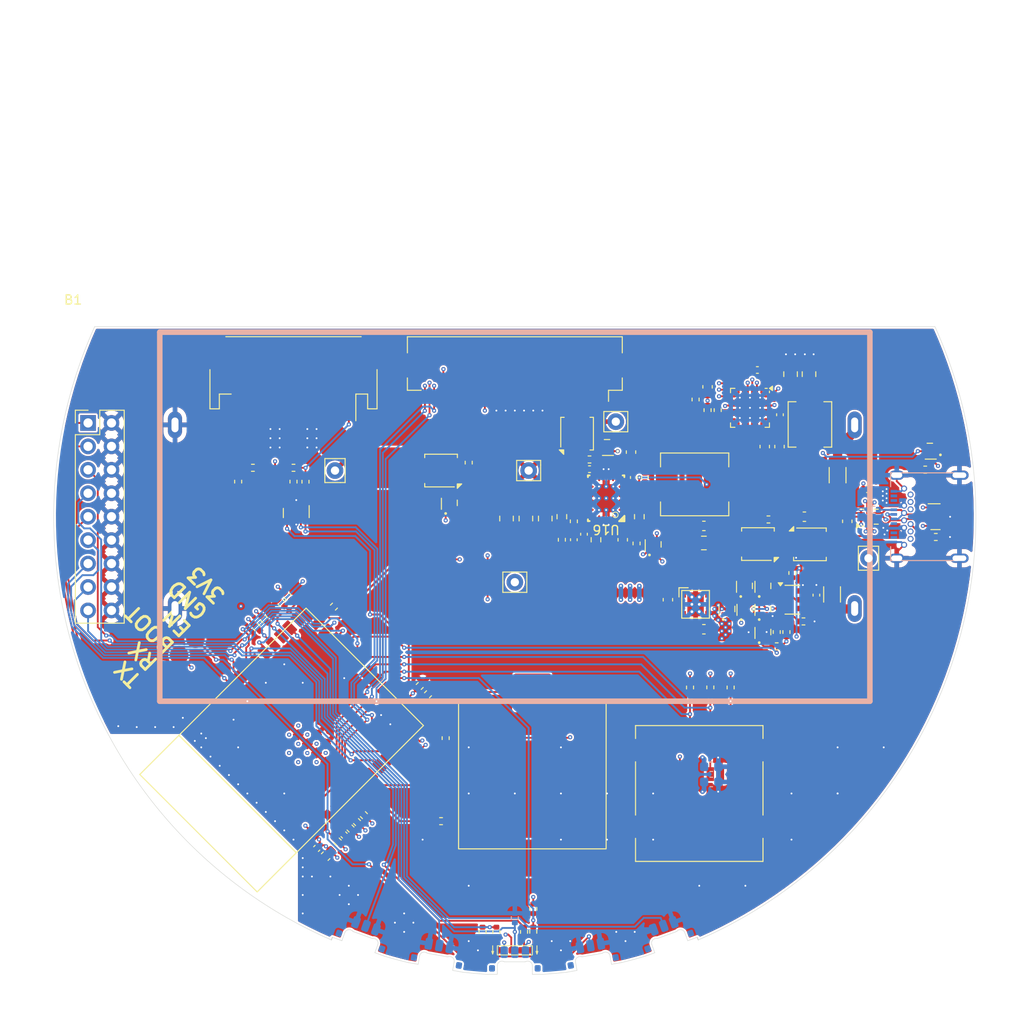
<source format=kicad_pcb>
(kicad_pcb (version 20241229) (generator "pcbnew") (generator_version "9.0")
  (layers (0 "F.Cu" signal) (4 "In1.Cu" signal) (6 "In2.Cu" signal) (2 "B.Cu" signal) (13 "F.Paste" user) (15 "B.Paste" user) (5 "F.SilkS" user "F.Silkscreen") (7 "B.SilkS" user "B.Silkscreen") (1 "F.Mask" user) (3 "B.Mask" user) (25 "Edge.Cuts" user))
  (net 0 "")
  (net 1 "/HlavniDeska/ESP32S3/IO03-PD")
  (net 2 "/HlavniDeska/ESP32S3/IO01")
  (net 3 "GND")
  (net 4 "/HlavniDeska/ESP32S3/BOOT")
  (net 5 "/HlavniDeska/ESP32S3/EN")
  (net 6 "/HlavniDeska/3V3")
  (net 7 "/HlavniDeska/USB/V_USB")
  (net 8 "SW")
  (net 9 "Net-(C157-Pad1)")
  (net 10 "Net-(U3-BTST)")
  (net 11 "Net-(U3-REGN)")
  (net 12 "/HlavniDeska/SpravceNapajeni/Power multiplier/VCC")
  (net 13 "/HlavniDeska/ESP32S3/IO45-PD")
  (net 14 "/HlavniDeska/ESP32S3/IO46-PD")
  (net 15 "Net-(U12-VCC)")
  (net 16 "Net-(U3-PMID)")
  (net 19 "/HlavniDeska/USB/USB_CC1")
  (net 20 "Net-(U16-BOOT)")
  (net 21 "Net-(U16-SS)")
  (net 27 "/HlavniDeska/USB/USB_CC2")
  (net 31 "/HlavniDeska/ESP32S3/IO15")
  (net 32 "/HlavniDeska/ESP32S3/IO08")
  (net 33 "/HlavniDeska/ESP32S3/IO18")
  (net 34 "/HlavniDeska/INT")
  (net 35 "/HlavniDeska/ESP32S3/IO17")
  (net 36 "/HlavniDeska/ESP32S3/IO16")
  (net 37 "Net-(U16-VCC)")
  (net 38 "/HlavniDeska/ModulovyKonektor/5V")
  (net 39 "Net-(U16-COMP)")
  (net 40 "/HlavniDeska/SpravceNapajeni/Charging/BATT")
  (net 41 "/HlavniDeska/ESP32S3/RX_ESP")
  (net 42 "/HlavniDeska/ESP32S3/TX_ESP")
  (net 43 "/HlavniDeska/SpravceNapajeni/Charging/SYS")
  (net 44 "/HlavniDeska/5V-OUT")
  (net 45 "/HlavniDeska/IO40")
  (net 54 "/HlavniDeska/SDA")
  (net 55 "/HlavniDeska/SCL")
  (net 56 "/HlavniDeska/ESP32S3/IO38")
  (net 57 "/HlavniDeska/ESP32S3/IO39")
  (net 58 "/HlavniDeska/SpravceNapajeni/Power multiplier/EN-5V")
  (net 59 "Net-(F1-Pad2)")
  (net 60 "Net-(U7-D)")
  (net 61 "Net-(Q1-D)")
  (net 62 "Net-(F2-Pad2)")
  (net 63 "/HlavniDeska/USB/D+")
  (net 64 "/HlavniDeska/USB/D-")
  (net 65 "/HlavniDeska/ESP32S3/IO35")
  (net 66 "/HlavniDeska/ESP32S3/IO09")
  (net 67 "/HlavniDeska/ESP32S3/IO10")
  (net 68 "/HlavniDeska/ESP32S3/IO41")
  (net 69 "/HlavniDeska/ESP32S3/IO42")
  (net 70 "Net-(Q4-G)")
  (net 71 "Net-(U3-ILIM)")
  (net 72 "/HlavniDeska/ESP32S3/IO02")
  (net 73 "/HlavniDeska/ESP32S3/IO21")
  (net 74 "Net-(Q4-D)")
  (net 75 "Net-(Q28-D)")
  (net 76 "/HlavniDeska/ESP32S3/IO36")
  (net 77 "/HlavniDeska/ESP32S3/IO37")
  (net 78 "Net-(Q5-D)")
  (net 79 "/HlavniDeska/ESP32S3/IO07")
  (net 80 "Net-(Q6-S)")
  (net 81 "/HlavniDeska/Nabijecka.D+")
  (net 82 "/HlavniDeska/Nabijecka.D-")
  (net 83 "/HlavniDeska/ESP.D-")
  (net 84 "/HlavniDeska/ESP.D+")
  (net 85 "/HlavniDeska/ESP32S3/IO14")
  (net 86 "/HlavniDeska/ESP32S3/IO47")
  (net 87 "/HlavniDeska/ESP32S3/IO48")
  (net 92 "/HlavniDeska/SpravceNapajeni/5V-IN")
  (net 94 "Net-(Q9-G)")
  (net 95 "/HlavniDeska/SpravceNapajeni/USB_SEL")
  (net 96 "Net-(U12-VM)")
  (net 97 "Net-(U16-FSW)")
  (net 98 "Net-(U16-ILIM)")
  (net 99 "Net-(U16-FB)")
  (net 101 "/HlavniDeska/ESP32S3/IO13")
  (net 102 "/HlavniDeska/ESP32S3/IO12")
  (net 103 "/HlavniDeska/ESP32S3/IO11")
  (net 108 "Net-(D125-GK)")
  (net 109 "Net-(D125-RK)")
  (net 110 "Net-(D125-BK)")
  (net 111 "Net-(J4-Pin_4)")
  (net 112 "Net-(J4-Pin_1)")
  (net 113 "Net-(J4-Pin_7)")
  (net 114 "Net-(Q2-D)")
  (net 115 "Net-(U3-TS)")
  (net 116 "/HlavniDeska/SpravceNapajeni/CHARGER_STAT")
  (net 119 "/HlavniDeska/SpravceNapajeni/Charging/SW")
  (net 120 "Net-(BZ1--)")
  (net 121 "Net-(BZ1-+)")
  (net 122 "/HlavniDeska/SpravceNapajeni/Charging/CE")
  (footprint "Connector_Pin:Pin_D0.9mm_L10.0mm_W2.4mm_FlatFork" (layer "F.Cu") (at 211.5 85 180)
    (property "Reference" "TP9" (hide yes))
    (property "Value" "TestPoint-5V" (hide yes))
  )
  (footprint "Capacitor_SMD:C_0402_1005Metric" (layer "F.Cu") (at 218.1 84.85)
    (property "Reference" "C149" (hide yes))
    (property "Value" "1u" (hide yes))
  )
  (footprint "Capacitor_SMD:C_0402_1005Metric" (layer "F.Cu") (at 184.685382 99.346039 135)
    (property "Reference" "C132" (hide yes))
    (property "Value" "1u" (hide yes))
  )
  (footprint "Connector_JST:JST_PH_S7B-PH-SM4-TB_1x07-1MP_P2.00mm_Horizontal" (layer "F.Cu") (at 186 75 180)
    (property "Reference" "J4" (hide yes))
    (property "Value" "Conn_01x07" (hide yes))
  )
  (footprint "Resistor_SMD:R_0402_1005Metric" (layer "F.Cu") (at 233.4 108.51 -90)
    (property "Reference" "R35" (hide yes))
    (property "Value" "10k" (hide yes))
  )
  (footprint "Resistor_SMD:R_0402_1005Metric" (layer "F.Cu") (at 241.3 101.35 180)
    (property "Reference" "R34" (hide yes))
    (property "Value" "2k" (hide yes))
  )
  (footprint "Package_TO_SOT_SMD:SOT-723" (layer "F.Cu") (at 225 93 90)
    (property "Reference" "D122" (hide yes))
    (property "Value" "D_Dual_CommonCathode_AAK_Parallel" (hide yes))
  )
  (footprint "Capacitor_SMD:C_0402_1005Metric" (layer "F.Cu") (at 191.485382 124.496039 -45)
    (property "Reference" "C133" (hide yes))
    (property "Value" "1u" (hide yes))
  )
  (footprint "Connector_Pin:Pin_D0.9mm_L10.0mm_W2.4mm_FlatFork" (layer "F.Cu") (at 210 97.1 180)
    (property "Reference" "TP8" (hide yes))
    (property "Value" "TestPoint-5V_EN" (hide yes))
  )
  (footprint "Capacitor_SMD:C_0603_1608Metric" (layer "F.Cu") (at 237.1 82.4 90)
    (property "Reference" "C161" (hide yes))
    (property "Value" "10u" (hide yes))
  )
  (footprint "RKL-LED:XL-3806RGBC-4L" (layer "F.Cu") (at 210 137)
    (property "Reference" "D125" (hide yes))
    (property "Value" "LED_ARGB" (hide yes))
  )
  (footprint "Resistor_SMD:R_0402_1005Metric" (layer "F.Cu") (at 216.4 90.5 -90)
    (property "Reference" "R56" (hide yes))
    (property "Value" "3.92k" (hide yes))
  )
  (footprint "Capacitor_SMD:C_0402_1005Metric" (layer "F.Cu") (at 224.1 85.75 -90)
    (property "Reference" "C148" (hide yes))
    (property "Value" "100n" (hide yes))
  )
  (footprint "Capacitor_SMD:C_0402_1005Metric" (layer "F.Cu") (at 236.3 74.1 180)
    (property "Reference" "C5" (hide yes))
    (property "Value" "1u" (hide yes))
  )
  (footprint "Resistor_SMD:R_0402_1005Metric" (layer "F.Cu") (at 212 132.5 -90)
    (property "Reference" "R13" (hide yes))
    (property "Value" "10k" (hide yes))
  )
  (footprint "Resistor_SMD:R_0402_1005Metric" (layer "F.Cu") (at 180 86.2 -90)
    (property "Reference" "R49" (hide yes))
    (property "Value" "200" (hide yes))
  )
  (footprint "Capacitor_SMD:C_0603_1608Metric" (layer "F.Cu") (at 222.6 83 90)
    (property "Reference" "C150" (hide yes))
    (property "Value" "47n" (hide yes))
  )
  (footprint "Resistor_SMD:R_0402_1005Metric" (layer "F.Cu") (at 254.5 84.9)
    (property "Reference" "R53" (hide yes))
    (property "Value" "200k" (hide yes))
  )
  (footprint "Resistor_SMD:R_0402_1005Metric" (layer "F.Cu") (at 193.635382 122.346039 135)
    (property "Reference" "R39" (hide yes))
    (property "Value" "4.7k" (hide yes))
  )
  (footprint "Capacitor_SMD:C_0402_1005Metric" (layer "F.Cu") (at 188.52 125.95 45)
    (property "Reference" "C135" (hide yes))
    (property "Value" "100n" (hide yes))
  )
  (footprint "Package_TO_SOT_SMD:SOT-723" (layer "F.Cu") (at 236.9 100 90)
    (property "Reference" "Q7" (hide yes))
    (property "Value" "NMOS" (hide yes))
  )
  (footprint "Package_TO_SOT_SMD:SOT-723" (layer "F.Cu") (at 236.9 102.5 90)
    (property "Reference" "Q8" (hide yes))
    (property "Value" "NMOS" (hide yes))
  )
  (footprint "Resistor_SMD:R_0603_1608Metric" (layer "F.Cu") (at 218.8 92.5 -90)
    (property "Reference" "R55" (hide yes))
    (property "Value" "150k" (hide yes))
  )
  (footprint "Capacitor_SMD:C_0402_1005Metric" (layer "F.Cu") (at 238.75 78.95 90)
    (property "Reference" "C6" (hide yes))
    (property "Value" "47n" (hide yes))
  )
  (footprint "Package_TO_SOT_SMD:SOT-723" (layer "F.Cu") (at 236.9 97.5 90)
    (property "Reference" "Q6" (hide yes))
    (property "Value" "NMOS" (hide yes))
  )
  (footprint "Resistor_SMD:R_0402_1005Metric" (layer "F.Cu") (at 202 123)
    (property "Reference" "R14" (hide yes))
    (property "Value" "330" (hide yes))
  )
  (footprint "Resistor_SMD:R_0402_1005Metric" (layer "F.Cu") (at 231.2 108.5 -90)
    (property "Reference" "R36" (hide yes))
    (property "Value" "10k" (hide yes))
  )
  (footprint "Resistor_SMD:R_0402_1005Metric" (layer "F.Cu") (at 182.839376 101.1 -45)
    (property "Reference" "R16" (hide yes))
    (property "Value" "10k" (hide yes))
  )
  (footprint "Capacitor_SMD:C_0603_1608Metric" (layer "F.Cu") (at 221.7 92.5 -90)
    (property "Reference" "C155" (hide yes))
    (property "Value" "4.7u" (hide yes))
  )
  (footprint "Resistor_SMD:R_0402_1005Metric" (layer "F.Cu") (at 229.6 77.3 90)
    (property "Reference" "R19" (hide yes))
    (property "Value" "150" (hide yes))
  )
  (footprint "Package_TO_SOT_SMD:SOT-723" (layer "F.Cu") (at 255 82.9 180)
    (property "Reference" "Q9" (hide yes))
    (property "Value" "NMOS" (hide yes))
  )
  (footprint "RKL-Audio:ELKS-PIEZO" (layer "F.Cu") (at 211.9 118 -90)
    (property "Reference" "BZ1" (hide yes))
    (property "Value" "Buzzer" (hide yes))
  )
  (footprint "Connector_PinHeader_2.54mm:PinHeader_2x09_P2.54mm_Vertical" (layer "F.Cu") (at 163.725 79.84)
    (property "Reference" "J1" (hide yes))
    (property "Value" "Conn_02x09_Counter_Clockwise" (hide yes))
  )
  (footprint "Capacitor_SMD:C_0603_1608Metric" (layer "F.Cu") (at 189.487374 126.794047 45)
    (property "Reference" "C134" (hide yes))
    (property "Value" "10u" (hide yes))
  )
  (footprint "Package_TO_SOT_SMD:SOT-23-6" (layer "F.Cu") (at 240.1 99)
    (property "Reference" "U12" (hide yes))
    (property "Value" "SL8261D-G3JE" (hide yes))
  )
  (footprint "Capacitor_SMD:C_0402_1005Metric" (layer "F.Cu") (at 216.4 92.5 -90)
    (property "Reference" "C157" (hide yes))
    (property "Value" "10n" (hide yes))
  )
  (footprint "Package_SON:Diodes_PowerDI3333-8" (layer "F.Cu") (at 236.3625 92.9675 180)
    (property "Reference" "U8" (hide yes))
    (property "Value" "WSD20L75DN33" (hide yes))
  )
  (footprint "Connector_Pin:Pin_D0.9mm_L10.0mm_W2.4mm_FlatFork" (layer "F.Cu") (at 190.5 85 90)
    (property "Reference" "TP11" (hide yes))
    (property "Value" "TestPoint-5V_A" (hide yes))
  )
  (footprint "RKL-ESP:ESP-Programing_conector" (layer "F.Cu") (at 178.9 99.7 -135)
    (property "Reference" "J7" (hide yes))
    (property "Value" "ESP-Programing_conector" (hide yes))
  )
  (footprint "Capacitor_SMD:C_0402_1005Metric" (layer "F.Cu") (at 242.7 98.5 90)
    (property "Reference" "C144" (hide yes))
    (property "Value" "100n" (hide yes))
  )
  (footprint "Package_SON:Diodes_PowerDI3333-8" (layer "F.Cu") (at 216.75 81 90)
    (property "Reference" "U15" (hide yes))
    (property "Value" "WSD20L75DN33" (hide yes))
  )
  (footprint "Resistor_SMD:R_0402_1005Metric" (layer "F.Cu") (at 215.1 92.5 90)
    (property "Reference" "R58" (hide yes))
    (property "Value" "17.4k" (hide yes))
  )
  (footprint "Resistor_SMD:R_0402_1005Metric" (layer "F.Cu") (at 255.65 92.2)
    (property "Reference" "R3" (hide yes))
    (property "Value" "5.1k" (hide yes))
  )
  (footprint "Inductor_SMD:L_1206_3216Metric" (layer "F.Cu") (at 245 85.5 90)
    (property "Reference" "F1" (hide yes))
    (property "Value" "3A-6A" (hide yes))
  )
  (footprint "Resistor_SMD:R_0402_1005Metric" (layer "F.Cu") (at 240.1 96.1 -90)
    (property "Reference" "R26" (hide yes))
    (property "Value" "470" (hide yes))
  )
  (footprint "Resistor_SMD:R_0402_1005Metric" (layer "F.Cu") (at 192.185382 123.796039 135)
    (property "Reference" "R38" (hide yes))
    (property "Value" "4.7k" (hide yes))
  )
  (footprint "RKL-StandardPackages:RHL0020A" (layer "F.Cu") (at 219.9 88 180)
    (property "Reference" "U16")
    (property "Value" "TPS61088RHLR")
  )
  (footprint "Capacitor_SMD:C_0805_2012Metric" (layer "F.Cu") (at 213.3 90.2 -90)
    (property "Reference" "C156" (hide yes))
    (property "Value" "22u" (hide yes))
  )
  (footprint "Capacitor_SMD:C_0603_1608Metric" (layer "F.Cu") (at 241.4 90)
    (property "Reference" "C159" (hide yes))
    (property "Value" "10u" (hide yes))
  )
  (footprint "Resistor_SMD:R_0402_1005Metric" (layer "F.Cu") (at 218.1 83.8)
    (property "Reference" "R32" (hide yes))
    (property "Value" "10k" (hide yes))
  )
  (footprint "Resistor_SMD:R_0402_1005Metric" (layer "F.Cu") (at 208 135 90)
    (property "Reference" "R11" (hide yes))
    (property "Value" "1k" (hide yes))
  )
  (footprint "Resistor_SMD:R_0402_1005Metric" (layer "F.Cu") (at 212 134.99 90)
    (property "Reference" "R28" (hide yes))
    (property "Value" "1k" (hide yes))
  )
  (footprint "Capacitor_SMD:C_0603_1608Metric" (layer "F.Cu") (at 230.5 91 180)
    (property "Reference" "C143" (hide yes))
    (property "Value" "10u" (hide yes))
  )
  (footprint "Connector_FFC-FPC:Hirose_FH12-40S-0.5SH_1x40-1MP_P0.50mm_Horizontal" (layer "F.Cu") (at 210 75 180)
    (property "Reference" "J11" (hide yes))
    (property "Value" "Conn_01x40" (hide yes))
  )
  (footprint "Package_TO_SOT_SMD:SOT-723" (layer "F.Cu") (at 220 82.5 180)
    (property "Reference" "Q2" (hide yes))
    (property "Value" "NMOS" (hide yes))
  )
  (footprint "Resistor_SMD:R_0402_1005Metric" (layer "F.Cu") (at 238.4 102.5 -90)
    (property "Reference" "R52" (hide yes))
    (property "Value" "200" (hide yes))
  )
  (footprint "Resistor_SMD:R_0402_1005Metric" (layer "F.Cu") (at 237.5 90.3 180)
    (property "Reference" "R40" (hide yes))
    (property "Value" "100k" (hide yes))
  )
  (footprint "Capacitor_SMD:C_0805_2012Metric" (layer "F.Cu") (at 209.1 90.2 -90)
    (property "Reference" "C153" (hide yes))
    (property "Value" "22u" (hide yes))
  )
  (footprint "Package_SON:USON-10_2.5x1.0mm_P0.5mm" (layer "F.Cu") (at 255.615 90)
    (property "Reference" "U13" (hide yes))
    (property "Value" "TPD4E02B04DQA" (hide yes))
  )
  (footprint "Capacitor_SMD:C_0603_1608Metric" (layer "F.Cu") (at 226.6 99 -90)
    (property "Reference" "C145" (hide yes))
    (property "Value" "4.7u" (hide yes))
  )
  (footprint "Capacitor_SMD:C_0805_2012Metric" (layer "F.Cu") (at 211.2 90.2 -90)
    (property "Reference" "C154" (hide yes))
    (property "Value" "22u" (hide yes))
  )
  (footprint "Capacitor_SMD:C_0603_1608Metric" (layer "F.Cu") (at 238.7 82.4 90)
    (property "Reference" "C160" (hide yes))
    (property "Value" "10u" (hide yes))
  )
  (footprint "Resistor_SMD:R_0402_1005Metric" (layer "F.Cu") (at 205 84.14 90)
    (property "Reference" "R1" (hide yes))
    (property "Value" "10k" (hide yes))
  )
  (footprint "Inductor_SMD:L_Sunlord_MWSA0402S" (layer "F.Cu") (at 242 80 -90)
    (property "Reference" "L6" (hide yes))
    (property "Value" "0.47u" (hide yes))
  )
  (footprint "Resistor_SMD:R_0402_1005Metric" (layer "F.Cu") (at 199.685382 108.346039 45)
    (property "Reference" "R6" (hide yes))
    (property "Value" "10k" (hide yes))
  )
  (footprint "Resistor_SMD:R_0402_1005Metric" (layer "F.Cu") (at 190.385382 99.746039 45)
    (property "Reference" "R7" (hide yes))
    (property "Value" "10k" (hide yes))
  )
  (footprint "Resistor_SMD:R_0402_1005Metric" (layer "F.Cu") (at 239.45 102.5 90)
    (property "Reference" "R51" (hide yes))
    (property "Value" "10k" (hide yes))
  )
  (footprint "Resistor_SMD:R_0402_1005Metric" (layer "F.Cu") (at 229 108.51 -90)
    (property "Reference" "R41" (hide yes))
    (property "Value" "10k" (hide yes))
  )
  (footprint "Resistor_SMD:R_0402_1005Metric" (layer "F.Cu") (at 186 84.7 180)
    (property "Reference" "R48" (hide yes))
    (property "Value" "4.7k" (hide yes))
  )
  (footprint "Package_DFN_QFN:UQFN-10_1.4x1.8mm_P0.4mm" (layer "F.Cu") (at 248.4 90 90)
    (property "Reference" "U2" (hide yes))
    (property "Value" "BL1530TQFN" (hide yes))
  )
  (footprint "Capacitor_SMD:C_0402_1005Metric" (layer "F.Cu") (at 217.5 91.9 -90)
    (property "Reference" "C158" (hide yes))
    (property "Value" "100p" (hide yes))
  )
  (footprint "Resistor_SMD:R_0402_1005Metric" (layer "F.Cu") (at 238.4 104.05)
    (property "Reference" "R50" (hide yes))
    (property "Value" "17.4k" (hide yes))
  )
  (footprint "RKL-ESP:ESP32-S3-WROOM" (layer "F.Cu") (at 181 119 135)
    (property "Reference" "U11" (hide yes))
    (property "Value" "ESP32-S3-WROOM" (hide yes))
  )
  (footprint "Connector_Card:microSD_HC_Molex_47219-2001" (layer "F.Cu") (at 230 120)
    (property "Reference" "J5" (hide yes))
    (property "Value" "Micro_SD_Card" (hide yes))
  )
  (footprint "Resistor_SMD:R_0402_1005Metric" (layer "F.Cu") (at 248.3 87 180)
    (property "Reference" "R2" (hide yes))
    (property "Value" "10k" (hide yes))
  )
  (footprint "Resistor_SMD:R_0402_1005Metric" (layer "F.Cu") (at 206.5 135 -90)
    (property "Reference" "R12" (hide yes))
    (property "Value" "10k" (hide yes))
  )
  (footprint "Resistor_SMD:R_0603_1608Metric" (layer "F.Cu") (at 215.1 90 -90)
    (property "Reference" "R57" (hide yes))
    (property "Value" "56k" (hide yes))
  )
  (footprint "Resistor_SMD:R_0402_1005Metric" (layer "F.Cu") (at 190.796006 125.206663 135)
    (property "Reference" "R10" (hide yes))
    (property "Value" "10k" (hide yes))
  )
  (footprint "Resistor_SMD:R_0402_1005Metric" (layer "F.Cu") (at 202.5 114 90)
    (property "Reference" "R15" (hide yes))
    (property "Value" "330" (hide yes))
  )
  (footprint "Capacitor_SMD:C_0402_1005Metric" (layer "F.Cu") (at 222.9 85.75 90)
    (property "Reference" "C146" (hide yes))
    (property "Value" "100n" (hide yes))
  )
  (footprint "Resistor_SMD:R_0402_1005Metric" (layer "F.Cu") (at 192.885382 123.096039 135)
    (property "Reference" "R37" (hide yes))
    (property "Value" "4.7k" (hide yes))
  )
  (footprint "Resistor_SMD:R_0402_1005Metric" (layer "F.Cu") (at 187.3 86.209999 -90)
    (property "Reference" "R29" (hide yes))
    (property "Value" "200" (hide yes))
  )
  (footprint "RKL-StandardPackages:UDFN6-3x3mm" (layer "F.Cu") (at 229.6 99.5 90)
    (property "Reference" "U10" (hide yes))
    (property "Value" "NCP708" (hide yes))
  )
  (footprint "Inductor_SMD:L_Abracon_ASPI-0630LR" (layer "F.Cu") (at 229.5 86.5 180)
    (property "Reference" "L5" (hide yes))
    (property "Value" "1.2u" (hide yes))
  )
  (footprint "Connector_Pin:Pin_D0.9mm_L10.0mm_W2.4mm_FlatFork" (layer "F.Cu") (at 220.95 79.7 180)
    (property "Reference" "TP10" (hide yes))
    (property "Value" "TestPoint-5V_B" (hide yes))
  )
  (footprint "Resistor_SMD:R_0402_1005Metric" (layer "F.Cu") (at 185.385382 98.646039 -45)
    (property "Reference" "R9" (hide yes))
    (property "Value" "10k" (hide yes))
  )
  (footprint "Resistor_SMD:R_0402_1005Metric" (layer "F.Cu") (at 200.585382 109.246039 45)
    (property "Reference" "R8" (hide yes))
    (property "Value" "10k" (hide yes))
  )
  (footprint "Capacitor_SMD:C_0805_2012Metric" (layer "F.Cu") (at 230.5 92.85 180)
    (property "Reference" "C142" (hide yes))
    (property "Value" "22u" (hide yes))
  )
  (footprint "Connector_Pin:Pin_D0.9mm_L10.0mm_W2.4mm_FlatFork" (layer "F.Cu") (at 248.35 94.5 90)
    (property "Reference" "TP1" (hide yes))
    (property "Value" "TestPoint-5V_A" (hide yes))
  )
  (footprint "Resistor_SMD:R_0402_1005Metric" (layer "F.Cu") (at 211 135 90)
    (property "Reference" "R5" (hide yes))
    (property "Value" "1k" (hide yes))
  )
  (footprint "Resistor_SMD:R_0402_1005Metric" (layer "F.Cu") (at 230.9 78.45 -90)
    (property "Reference" "R20" (hide yes))
    (property "Value" "56k" (hide yes))
  )
  (footprint "Package_TO_SOT_SMD:SOT-723" (layer "F.Cu") (at 202.9 88.5 90)
    (property "Reference" "Q1" (hide yes))
    (property "Value" "NMOS" (hide yes))
  )
  (footprint "Resistor_SMD:R_0603_1608Metric" (layer "F.Cu") (at 223.5 90 -90)
    (property "Reference" "R54" (hide yes))
    (property "Value" "150k" (hide yes))
  )
  (footprint "Resistor_SMD:R_0402_1005Metric" (layer "F.Cu") (at 186 86.2 -90)
    (property "Reference" "R30" (hide yes))
    (property "Value" "200" (hide yes))
  )
  (footprint "Package_SON:USON-10_2.5x1.0mm_P0.5mm" (layer "F.Cu") (at 186.3 89.6 -90)
    (property "Reference" "U5" (hide yes))
    (property "Value" "TPD4E02B04DQA" (hide yes))
  )
  (footprint "Package_TO_SOT_SMD:SOT-723" (layer "F.Cu") (at 234.95 100 90)
    (property "Reference" "Q28" (hide yes))
    (property "Value" "NMOS" (hide yes))
  )
  (footprint "Resistor_SMD:R_0402_1005Metric" (layer "F.Cu") (at 232 78.45 -90)
    (property "Reference" "R21" (hide yes))
    (property "Value" "100k" (hide yes))
  )
  (footprint "Resistor_SMD:R_0402_1005Metric" (layer "F.Cu") (at 182 102 -45)
    (property "Reference" "R17" (hide yes))
    (property "Value" "10k" (hide yes))
  )
  (footprint "Capacitor_SMD:C_0603_1608Metric" (layer "F.Cu") (at 230.9 75.925 90)
    (property "Reference" "C7" (hide yes))
    (property "Value" "4.7u" (hide yes))
  )
  (footprint "Inductor_SMD:L_1206_3216Metric" (layer "F.Cu") (at 244.4 98.425 -90)
    (property "Reference" "F2" (hide yes))
    (property "Value" "3A-6A" (hide yes))
  )
  (footprint "Resistor_SMD:R_0402_1005Metric" (layer "F.Cu") (at 223.2 92.9 90)
    (property "Reference" "R47" (hide yes))
    (property "Value" "200k" (hide yes))
  )
  (footprint "Capacitor_SMD:C_0805_2012Metric" (layer "F.Cu") (at 239.9 74.55 90)
    (property "Reference" "C147" (hide yes))
    (property "Value" "22u" (hide yes))
  )
  (footprint "RKL-AuxiliarySymbols:Board" (layer "F.Cu") (at 164.5 69.4)
    (property "Reference" "B1")
    (property "Value" "HlavniDeska")
  )
  (footprint "Package_DFN_QFN:Texas_RTW_WQFN-24-1EP_4x4mm_P0.5mm_EP2.7x2.7mm_ThermalVias" (layer "F.Cu") (at 235.5 78.2 -90)
    (property "Reference" "U3" (hide yes))
    (property "Value" "BQ25895M" (hide yes))
  )
  (footprint "Package_TO_SOT_SMD:SOT-723" (layer "F.Cu") (at 234.9 97.5 90)
    (property "Reference" "Q5" (hide yes))
    (property "Value" "NMOS" (hide yes))
  )
  (footprint "Resistor_SMD:R_0402_1005Metric" (layer "F.Cu") (at 181.6 84.7)
    (property "Reference" "R45" (hide yes))
    (property "Value" "4.7k" (hide yes))
  )
  (footprint "Package_TO_SOT_SMD:SOT-723" (layer "F.Cu") (at 233 100 90)
    (property "Reference" "Q4" (hide yes))
    (property "Value" "NMOS" (hide yes))
  )
  (footprint "Capacitor_SMD:C_0603_1608Metric" (layer "F.Cu") (at 230.5 102.2 180)
    (property "Reference" "C152" (hide yes))
    (property "Value" "10u" (hide yes))
  )
  (footprint "Capacitor_SMD:C_0603_1608Metric" (layer "F.Cu") (at 246.05 90.5 90)
    (property "Reference" "C162" (hide yes))
    (property "Value" "10u" (hide yes))
  )
  (footprint "Package_SON:Diodes_PowerDI3333-8" (layer "F.Cu") (at 242 93)
    (property "Reference" "U7" (hide yes))
    (property "Value" "WSD20L75DN33" (hide yes))
  )
  (footprint "Capacitor_SMD:C_0805_2012Metric" (layer "F.Cu") (at 241.9 74.55 90)
    (property "Reference" "C151" (hide yes))
    (property "Value" "22u" (hide yes))
  )
  (footprint "Package_SON:Diodes_PowerDI3333-8" (layer "F.Cu") (at 202 85 180)
    (property "Reference" "U9" (hide yes))
    (property "Value" "WSD20L75DN33" (hide yes))
  )
  (footprint "Resistor_SMD:R_0402_1005Metric" (layer "B.Cu") (at 248.9 89.25 180)
    (property "Reference" "R4" (hide yes))
    (property "Value" "5.1k" (hide yes))
  )
  (footprint "RLK-ElectorMechanicalComponents:TCF2QR" (layer "B.Cu") (at 218.61295 138.846465 -170)
    (property "Reference" "SW5" (hide yes))
    (property "Value" "EN" (hide yes))
    (fp_line (start 1.9 0) (end 3 -0.000001) (stroke (width 0.05)) (layer "Edge.Cuts"))
    (fp_line (start 1.9 0) (end 1.9 0.93) (stroke (width 0.05)) (layer "Edge.Cuts"))
    (fp_line (start -1.0533 1.350595) (end 1.0533 1.350595) (stroke (width 0.05)) (layer "Edge.Cuts"))
    (fp_line (start -1.9 0) (end -1.9 0.93) (stroke (width 0.05)) (layer "Edge.Cuts"))
    (fp_line (start -1.9 0) (end -3 0.000001) (stroke (width 0.05)) (layer "Edge.Cuts"))
    (fp_arc (start 1.9 0.93) (mid 1.670349 1.350609) (end 1.192354 1.384844) (stroke (width 0.05)) (layer "Edge.Cuts"))
    (fp_arc (start 1.0533 1.350595) (mid 1.124905 1.359283) (end 1.192354 1.384845) (stroke (width 0.05)) (layer "Edge.Cuts"))
    (fp_arc (start -1.192354 1.384845) (mid -1.124905 1.359284) (end -1.0533 1.350595) (stroke (width 0.05)) (layer "Edge.Cuts"))
    (fp_arc (start -1.192354 1.384844) (mid -1.670349 1.350608) (end -1.9 0.93) (stroke (width 0.05)) (layer "Edge.Cuts"))
  )
  (footprint "RLK-ElectorMechanicalComponents:TCF2QR" (layer "B.Cu") (at 226.964199 136.608754 -160)
    (property "Reference" "SW2" (hide yes))
    (property "Value" "SW_Push" (hide yes))
    (fp_line (start 1.9 0) (end 3 0) (stroke (width 0.05)) (layer "Edge.Cuts"))
    (fp_line (start 1.9 0) (end 1.9 0.93) (stroke (width 0.05)) (layer "Edge.Cuts"))
    (fp_line (start -1.0533 1.350595) (end 1.0533 1.350595) (stroke (width 0.05)) (layer "Edge.Cuts"))
    (fp_line (start -1.9 0) (end -1.9 0.93) (stroke (width 0.05)) (layer "Edge.Cuts"))
    (fp_line (start -1.9 0) (end -3 0) (stroke (width 0.05)) (layer "Edge.Cuts"))
    (fp_arc (start 1.9 0.93) (mid 1.670349 1.350609) (end 1.192354 1.384844) (stroke (width 0.05)) (layer "Edge.Cuts"))
    (fp_arc (start 1.0533 1.350595) (mid 1.124905 1.359283) (end 1.192354 1.384845) (stroke (width 0.05)) (layer "Edge.Cuts"))
    (fp_arc (start -1.192354 1.384845) (mid -1.124905 1.359285) (end -1.0533 1.350595) (stroke (width 0.05)) (layer "Edge.Cuts"))
    (fp_arc (start -1.192354 1.384844) (mid -1.670349 1.350607) (end -1.9 0.93) (stroke (width 0.05)) (layer "Edge.Cuts"))
  )
  (footprint "RKL-Batteries:battery_dock" (layer "B.Cu") (at 210 90)
    (property "Reference" "U14" (hide yes))
    (property "Value" "BateriCell_2x" (hide yes))
  )
  (footprint "Capacitor_SMD:C_0603_1608Metric" (layer "B.Cu") (at 231.3 117.1)
    (property "Reference" "C136" (hide yes))
    (property "Value" "10uF" (hide yes))
  )
  (footprint "RLK-ElectorMechanicalComponents:TCF2QR" (layer "B.Cu") (at 210 139.6 180)
    (property "Reference" "SW3" (hide yes))
    (property "Value" "ON" (hide yes))
    (fp_line (start 1.9 0) (end 3 0) (stroke (width 0.05)) (layer "Edge.Cuts"))
    (fp_line (start 1.9 0) (end 1.9 0.93) (stroke (width 0.05)) (layer "Edge.Cuts"))
    (fp_line (start -1.0533 1.350595) (end 1.0533 1.350595) (stroke (width 0.05)) (layer "Edge.Cuts"))
    (fp_line (start -1.9 0) (end -1.9 0.93) (stroke (width 0.05)) (layer "Edge.Cuts"))
    (fp_line (start -1.9 0) (end -3 0) (stroke (width 0.05)) (layer "Edge.Cuts"))
    (fp_arc (start 1.9 0.93) (mid 1.670349 1.350608) (end 1.192354 1.384844) (stroke (width 0.05)) (layer "Edge.Cuts"))
    (fp_arc (start 1.0533 1.350595) (mid 1.124905 1.359284) (end 1.192354 1.384845) (stroke (width 0.05)) (layer "Edge.Cuts"))
    (fp_arc (start -1.192354 1.384845) (mid -1.124905 1.359284) (end -1.0533 1.350595) (stroke (width 0.05)) (layer "Edge.Cuts"))
    (fp_arc (start -1.192354 1.384844) (mid -1.670349 1.350608) (end -1.9 0.93) (stroke (width 0.05)) (layer "Edge.Cuts"))
  )
  (footprint "Capacitor_SMD:C_0603_1608Metric" (layer "B.Cu") (at 231.3 118.75)
    (property "Reference" "C137" (hide yes))
    (property "Value" "10uF" (hide yes))
  )
  (footprint "RLK-ElectorMechanicalComponents:TCF2QR" (layer "B.Cu") (at 201.38705 138.846465 170)
    (property "Reference" "SW4" (hide yes))
    (property "Value" "BOOT" (hide yes))
    (fp_line (start 1.9 0) (end 3 0.000001) (stroke (width 0.05)) (layer "Edge.Cuts"))
    (fp_line (start 1.9 0) (end 1.9 0.93) (stroke (width 0.05)) (layer "Edge.Cuts"))
    (fp_line (start -1.0533 1.350595) (end 1.0533 1.350595) (stroke (width 0.05)) (layer "Edge.Cuts"))
    (fp_line (start -1.9 0) (end -1.9 0.93) (stroke (width 0.05)) (layer "Edge.Cuts"))
    (fp_line (start -1.9 0) (end -3 -0.000001) (stroke (width 0.05)) (layer "Edge.Cuts"))
    (fp_arc (start 1.9 0.93) (mid 1.670349 1.350609) (end 1.192354 1.384844) (stroke (width 0.05)) (layer "Edge.Cuts"))
    (fp_arc (start 1.0533 1.350595) (mid 1.124905 1.359284) (end 1.192354 1.384845) (stroke (width 0.05)) (layer "Edge.Cuts"))
    (fp_arc (start -1.192354 1.384845) (mid -1.124905 1.359284) (end -1.0533 1.350595) (stroke (width 0.05)) (layer "Edge.Cuts"))
    (fp_arc (start -1.192354 1.384844) (mid -1.670349 1.350608) (end -1.9 0.93) (stroke (width 0.05)) (layer "Edge.Cuts"))
  )
  (footprint "Resistor_SMD:R_0402_1005Metric" (layer "B.Cu") (at 210 133.5 90)
    (property "Reference" "R79" (hide yes))
    (property "Value" "10k" (hide yes))
  )
  (footprint "RLK-ElectorMechanicalComponents:TCF2QR" (layer "B.Cu") (at 193.035801 136.608754 160)
    (property "Reference" "SW1" (hide yes))
    (property "Value" "SW_Push" (hide yes))
    (fp_line (start 1.9 0) (end 3 0) (stroke (width 0.05)) (layer "Edge.Cuts"))
    (fp_line (start 1.9 0) (end 1.9 0.93) (stroke (width 0.05)) (layer "Edge.Cuts"))
    (fp_line (start -1.0533 1.350595) (end 1.0533 1.350595) (stroke (width 0.05)) (layer "Edge.Cuts"))
    (fp_line (start -1.9 0) (end -1.9 0.93) (stroke (width 0.05)) (layer "Edge.Cuts"))
    (fp_line (start -1.9 0) (end -3 0) (stroke (width 0.05)) (layer "Edge.Cuts"))
    (fp_arc (start 1.9 0.93) (mid 1.670348 1.350608) (end 1.192354 1.384844) (stroke (width 0.05)) (layer "Edge.Cuts"))
    (fp_arc (start 1.0533 1.350595) (mid 1.124904 1.359284) (end 1.192354 1.384845) (stroke (width 0.05)) (layer "Edge.Cuts"))
    (fp_arc (start -1.192354 1.384845) (mid -1.124905 1.359284) (end -1.0533 1.350595) (stroke (width 0.05)) (layer "Edge.Cuts"))
    (fp_arc (start -1.192354 1.384844) (mid -1.670349 1.350609) (end -1.9 0.93) (stroke (width 0.05)) (layer "Edge.Cuts"))
  )
  (footprint "RKL-Connectors:USB31-TYPEC-33141-2FS" (layer "B.Cu") (at 251.1 90 -90)
    (property "Reference" "J2" (hide yes))
    (property "Value" "USB_C_Receptacle_USB2.0" (hide yes))
  )
  (gr_arc (start 215.658527 139.367411) (mid 214.330825 139.501557) (end 213 139.600003) (stroke (width 0.05)) (layer "Edge.Cuts"))
  (gr_line (start 164.442295 69.396515) (end 255.557705 69.396515) (stroke (width 0.05)) (layer "Edge.Cuts"))
  (gr_arc (start 224.145121 137.634814) (mid 222.860885 137.997475) (end 221.567373 138.32552) (stroke (width 0.05)) (layer "Edge.Cuts"))
  (gr_line (start 190.110697 135.873998) (end 190.216723 135.582694) (stroke (width 0.1)) (layer "Edge.Cuts"))
  (gr_arc (start 190.110697 135.873998) (mid 163.356226 108.010175) (end 164.442295 69.396515) (stroke (width 0.05)) (layer "Edge.Cuts"))
  (gr_arc (start 198.432627 138.325519) (mid 197.139115 137.997474) (end 195.854879 137.634812) (stroke (width 0.05)) (layer "Edge.Cuts"))
  (gr_line (start 229.783277 135.582694) (end 229.889303 135.873998) (stroke (width 0.1)) (layer "Edge.Cuts"))
  (gr_arc (start 207 139.6) (mid 205.669175 139.501554) (end 204.341473 139.367407) (stroke (width 0.05)) (layer "Edge.Cuts"))
  (gr_arc (start 255.557705 69.396515) (mid 256.643774 108.010175) (end 229.889303 135.873998) (stroke (width 0.05)) (layer "Edge.Cuts"))
  (gr_text "TX\nRX\nBOOT\nEN\nGND\n3V3" (at 178.9 98.4 135) (layer "F.SilkS") (effects (font (size 1.6 1.6) (thickness 0.3) (bold yes)) (justify left bottom)))
  (segment (start 215.939 113.961) (end 216 113.9) (width 0.2) (layer "F.Cu") (net 1))
  (segment (start 227.9 117.895) (end 227.895 117.9) (width 0.2) (layer "F.Cu") (net 1))
  (segment (start 200.5 112.288918) (end 202.172082 113.961) (width 0.2) (layer "F.Cu") (net 1))
  (segment (start 199.389141 110.489141) (end 200.5 111.6) (width 0.2) (layer "F.Cu") (net 1))
  (segment (start 199.389141 110.489141) (end 199.539141 110.339141) (width 0.2) (layer "F.Cu") (net 1))
  (segment (start 198.483215 111.395067) (end 199.289141 110.589141) (width 0.2) (layer "F.Cu") (net 1))
  (segment (start 200.224758 109.653524) (end 200.224758 109.606663) (width 0.2) (layer "F.Cu") (net 1))
  (segment (start 199.539141 110.339141) (end 200.224758 109.653524) (width 0.2) (layer "F.Cu") (net 1))
  (segment (start 200.5 111.6) (end 200.5 112.288918) (width 0.2) (layer "F.Cu") (net 1))
  (segment (start 202.172082 113.961) (end 215.939 113.961) (width 0.2) (layer "F.Cu") (net 1))
  (segment (start 227.9 116) (end 227.9 117.895) (width 0.2) (layer "F.Cu") (net 1))
  (segment (start 199.289141 110.589141) (end 199.389141 110.489141) (width 0.2) (layer "F.Cu") (net 1))
  (via (at 216 113.9) (size 0.45) (drill 0.2) (layers "F.Cu" "B.Cu") (net 1))
  (via (at 227.9 116) (size 0.45) (drill 0.2) (layers "F.Cu" "B.Cu") (net 1))
  (segment (start 160.648039 93.822685) (end 160.588286 92.954287) (width 0.2) (layer "F.Cu") (net 2))
  (segment (start 161.660344 100.653949) (end 161.480315 99.802318) (width 0.2) (layer "F.Cu") (net 2))
  (segment (start 160.722271 94.683414) (end 160.647372 93.816191) (width 0.2) (layer "F.Cu") (net 2))
  (segment (start 162.772844 104.826486) (end 162.519276 103.993787) (width 0.2) (layer "F.Cu") (net 2))
  (segment (start 172.3 112) (end 166.040958 112) (width 0.2) (layer "F.Cu") (net 2))
  (segment (start 174.896051 111.1) (end 173.2 111.1) (width 0.2) (layer "F.Cu") (net 2))
  (segment (start 161.341319 80.912757) (end 162.414076 79.84) (width 0.2) (layer "F.Cu") (net 2))
  (segment (start 161.189212 81.769815) (end 161.341319 80.912757) (width 0.2) (layer "F.Cu") (net 2))
  (segment (start 160.588841 92.960793) (end 160.544253 92.091485) (width 0.2) (layer "F.Cu") (net 2))
  (segment (start 160.657644 86.055274) (end 160.734474 85.18822) (width 0.2) (layer "F.Cu") (net 2))
  (segment (start 162.284177 103.16925) (end 162.059824 102.328208) (width 0.2) (layer "F.Cu") (net 2))
  (segment (start 161.481769 99.808683) (end 161.316631 98.95404) (width 0.2) (layer "F.Cu") (net 2))
  (segment (start 161.169007 98.109446) (end 161.033796 97.24956) (width 0.2) (layer "F.Cu") (net 2))
  (segment (start 164.244771 108.886184) (end 163.919593 108.078753) (width 0.2) (layer "F.Cu") (net 2))
  (segment (start 160.734004 85.194732) (end 160.825955 84.329151) (width 0.2) (layer "F.Cu") (net 2))
  (segment (start 173.2 111.1) (end 172.3 112) (width 0.2) (layer "F.Cu") (net 2))
  (segment (start 163.038795 105.648455) (end 162.770733 104.820308) (width 0.2) (layer "F.Cu") (net 2))
  (segment (start 163.31905 106.465658) (end 163.036575 105.642315) (width 0.2) (layer "F.Cu") (net 2))
  (segment (start 160.518815 88.64306) (end 160.550162 87.773173) (width 0.2) (layer "F.Cu") (net 2))
  (segment (start 160.596314 86.917018) (end 160.658 86.048755) (width 0.2) (layer "F.Cu") (net 2))
  (segment (start 160.501601 90.370755) (end 160.50257 89.500304) (width 0.2) (layer "F.Cu") (net 2))
  (segment (start 160.825371 84.335654) (end 160.932414 83.47181) (width 0.2) (layer "F.Cu") (net 2))
  (segment (start 160.515611 91.234564) (end 160.501389 90.364229) (width 0.2) (layer "F.Cu") (net 2))
  (segment (start 162.061609 102.334488) (end 161.851968 101.489659) (width 0.2) (layer "F.Cu") (net 2))
  (segment (start 160.502669 89.506832) (end 160.51883 88.636531) (width 0.2) (layer "F.Cu") (net 2))
  (segment (start 161.034915 97.255992) (end 160.914732 96.393878) (width 0.2) (layer "F.Cu") (net 2))
  (segment (start 163.92213 108.084769) (end 163.611093 107.271786) (width 0.2) (layer "F.Cu") (net 2))
  (segment (start 162.414076 79.84) (end 163.725 79.84) (width 0.2) (layer "F.Cu") (net 2))
  (segment (start 160.915738 96.400328) (end 160.810619 95.536247) (width 0.2) (layer "F.Cu") (net 2))
  (segment (start 161.853644 101.495969) (end 161.65878 100.64761) (width 0.2) (layer "F.Cu") (net 2))
  (segment (start 164.931762 110.471514) (end 164.578603 109.675924) (width 0.2) (layer "F.Cu") (net 2))
  (segment (start 175.710841 111.91479) (end 174.896051 111.1) (width 0.2) (layer "F.Cu") (net 2))
  (segment (start 166.040958 112) (end 165.295903 111.254945) (width 0.2) (layer "F.Cu") (net 2))
  (segment (start 163.613525 107.277845) (end 163.316724 106.459557) (width 0.2) (layer "F.Cu") (net 2))
  (segment (start 164.581349 109.681847) (end 164.242129 108.880214) (width 0.2) (layer "F.Cu") (net 2))
  (segment (start 161.317974 98.960429) (end 161.167776 98.103034) (width 0.2) (layer "F.Cu") (net 2))
  (segment (start 165.295903 111.254945) (end 164.928913 110.465639) (width 0.2) (layer "F.Cu") (net 2))
  (segment (start 160.550033 87.7797) (end 160.596557 86.910493) (width 0.2) (layer "F.Cu") (net 2))
  (segment (start 160.544693 92.097998) (end 160.515283 91.228044) (width 0.2) (layer "F.Cu") (net 2))
  (segment (start 161.05301 82.622934) (end 161.190136 81.763352) (width 0.2) (layer "F.Cu") (net 2))
  (segment (start 160.811513 95.542715) (end 160.72149 94.676931) (width 0.2) (layer "F.Cu") (net 2))
  (segment (start 162.521279 104) (end 162.282282 103.163002) (width 0.2) (layer "F.Cu") (net 2))
  (segment (start 160.931717 83.478301) (end 161.05382 82.616456) (width 0.2) (layer "F.Cu") (net 2))
  (segment (start 242.7 98.02) (end 242.7 97.4) (width 0.2) (layer "F.Cu") (net 3))
  (segment (start 237.1525 80.1625) (end 237.23 80.24) (width 0.2) (layer "F.Cu") (net 3))
  (segment (start 242.7 98.02) (end 241.2675 98.02) (width 0.2) (layer "F.Cu") (net 3))
  (segment (start 228.25 99.5) (end 229.2 99.5) (width 0.2) (layer "F.Cu") (net 3))
  (segment (start 228.25 99.5) (end 227.725 99.5) (width 0.2) (layer "F.Cu") (net 3))
  (segment (start 219.625 84.85) (end 220.175 84.85) (width 0.2) (layer "F.Cu") (net 3))
  (segment (start 229.2 99.5) (end 229.6 99.5) (width 0.2) (layer "F.Cu") (net 3))
  (segment (start 257.19 90) (end 257.2 90.01) (width 0.2) (layer "F.Cu") (net 3))
  (segment (start 243.46 85.43) (end 246.38 85.43) (width 0.2) (layer "F.Cu") (net 3))
  (segment (start 236.75 80.76) (end 236.25 80.76) (width 0.2) (layer "F.Cu") (net 3))
  (segment (start 253.26 85.5) (end 254.18 86.42) (width 0.2) (layer "F.Cu") (net 3))
  (segment (start 241.81 101.35) (end 242.5 101.35) (width 0.2) (layer "F.Cu") (net 3))
  (segment (start 247.5375 89.2125) (end 247.55 89.2) (width 0.2) (layer "F.Cu") (net 3))
  (segment (start 240.5 93.975) (end 240.5 94.45) (width 0.2) (layer "F.Cu") (net 3))
  (segment (start 233.5375 77.45) (end 234.75 77.45) (width 0.2) (layer "F.Cu") (net 3))
  (segment (start 236.75 80.76) (end 237.1 81.11) (width 0.2) (layer "F.Cu") (net 3))
  (segment (start 192.989343 126) (end 192.99 126) (width 0.2) (layer "F.Cu") (net 3))
  (segment (start 234.75 77.45) (end 235.5 78.2) (width 0.2) (layer "F.Cu") (net 3))
  (segment (start 236.6 77.1) (end 235.5 77.1) (width 0.2) (layer "F.Cu") (net 3))
  (segment (start 220.175 89.875) (end 220.175 90.875) (width 0.2) (layer "F.Cu") (net 3))
  (segment (start 217.5 92.97) (end 217.49 92.98) (width 0.2) (layer "F.Cu") (net 3))
  (segment (start 227.45 99.775) (end 226.6 99.775) (width 0.2) (layer "F.Cu") (net 3))
  (segment (start 246.98 88.17) (end 246.05 89.1) (width 0.2) (layer "F.Cu") (net 3))
  (segment (start 236.25 80.76) (end 236.25 81.48) (width 0.2) (layer "F.Cu") (net 3))
  (segment (start 241.9 72.85) (end 241.45 72.4) (width 0.5) (layer "F.Cu") (net 3))
  (segment (start 246.05 89.1) (end 246.05 89.725) (width 0.2) (layer "F.Cu") (net 3))
  (segment (start 229.2 100.3) (end 229.2 99.9) (width 0.5) (layer "F.Cu") (net 3))
  (segment (start 246.05 89.725) (end 246.175 89.6) (width 0.2) (layer "F.Cu") (net 3))
  (segment (start 251.41 94.5) (end 251.41 93.85) (width 0.2) (layer "F.Cu") (net 3))
  (segment (start 236.75 79.45) (end 236.6 79.3) (width 0.2) (layer "F.Cu") (net 3))
  (segment (start 254.18 86.42) (end 255.27 86.42) (width 0.2) (layer "F.Cu") (net 3))
  (segment (start 186.3 89.985) (end 186.3 89.215) (width 0.2) (layer "F.Cu") (net 3))
  (segment (start 241.9 73.6) (end 241.9 72.9) (width 0.5) (layer "F.Cu") (net 3))
  (segment (start 233.5375 77.45) (end 232.1 77.45) (width 0.2) (layer "F.Cu") (net 3))
  (segment (start 255.27 86.42) (end 256.19 85.5) (width 0.2) (layer "F.Cu") (net 3))
  (segment (start 241.2675 98.02) (end 241.2375 98.05) (width 0.2) (layer "F.Cu") (net 3))
  (segment (start 236.6 77.1) (end 233.51 80.19) (width 0.09) (layer "F.Cu") (net 3))
  (segment (start 241.9 73.6) (end 241.9 72.85) (width 0.5) (layer "F.Cu") (net 3))
  (segment (start 236.75 80.1625) (end 236.75 79.45) (width 0.2) (layer "F.Cu") (net 3))
  (segment (start 229.6 97.5) (end 229.58 97.48) (width 0.5) (layer "F.Cu") (net 3))
  (segment (start 236.75 80.1625) (end 237.1525 80.1625) (width 0.2) (layer "F.Cu") (net 3))
  (segment (start 242.175 86.715) (end 243.46 85.43) (width 0.2) (layer "F.Cu") (net 3))
  (segment (start 236.395 81.625) (end 237.1 81.625) (width 0.2) (layer "F.Cu") (net 3))
  (segment (start 251.41 85.5) (end 251.41 86.15) (width 0.2) (layer "F.Cu") (net 3))
  (segment (start 239.9 73.6) (end 239.9 72.9) (width 0.5) (layer "F.Cu") (net 3))
  (segment (start 236.25 78.95) (end 235.5 78.2) (width 0.2) (layer "F.Cu") (net 3))
  (segment (start 221.83 85.27) (end 221 86.1) (width 0.2) (layer "F.Cu") (net 3))
  (segment (start 229.2 99.1) (end 229.6 99.5) (width 0.5) (layer "F.Cu") (net 3))
  (segment (start 235.25 77.95) (end 235.5 78.2) (width 0.2) (layer "F.Cu") (net 3))
  (segment (start 219.625 86.125) (end 219.625 84.85) (width 0.2) (layer "F.Cu") (net 3))
  (segment (start 219.375 90.875) (end 219.625 90.875) (width 0.2) (layer "F.Cu") (net 3))
  (segment (start 247.5375 89.6) (end 247.5375 89.2125) (width 0.2) (layer "F.Cu") (net 3))
  (segment (start 256 90) (end 257.19 90) (width 0.2) (layer "F.Cu") (net 3))
  (segment (start 256.16 92.2) (end 257.19 92.2) (width 0.2) (layer "F.Cu") (net 3))
  (segment (start 236.6 77.1) (end 236.6 78.2) (width 0.2) (layer "F.Cu") (net 3))
  (segment (start 235.35 100.575) (end 235.35 102.52) (width 0.2) (layer "F.Cu") (net 3))
  (segment (start 251.41 85.5) (end 253.26 85.5) (width 0.2) (layer "F.Cu") (net 3))
  (segment (start 186.3 89.985) (end 186.3 90.85) (width 0.2) (layer "F.Cu") (net 3))
  (segment (start 249.914686 90) (end 250.205959 90.291273) (width 0.2) (layer "F.Cu") (net 3))
  (segment (start 217.5 92.38) (end 217.5 92.97) (width 0.2) (layer "F.Cu") (net 3))
  (segment (start 236.25 80.1625) (end 236.75 80.1625) (width 0.2) (layer "F.Cu") (net 3))
  (segment (start 239.9 72.9) (end 239.4 72.4) (width 0.5) (layer "F.Cu") (net 3))
  (segment (start 241.2375 97.41) (end 241.2375 98.05) (width 0.2) (layer "F.Cu") (net 3))
  (segment (start 229.725 100.575) (end 230 100.3) (width 0.2) (layer "F.Cu") (net 3))
  (segment (start 232 77.55) (end 232 77.94) (width 0.2) (layer "F.Cu") (net 3))
  (segment (start 232.1 77.45) (end 232 77.55) (width 0.2) (layer "F.Cu") (net 3))
  (segment (start 219.625 89.875) (end 219.625 90.875) (width 0.2) (layer "F.Cu") (net 3))
  (segment (start 230 99.1) (end 229.6 99.5) (width 0.5) (layer "F.Cu") (net 3))
  (segment (start 220.175 86.125) (end 220.175 84.85) (width 0.2) (layer "F.Cu") (net 3))
  (segment (start 236.25 80.1625) (end 236.25 78.95) (width 0.2) (layer "F.Cu") (net 3))
  (segment (start 249.2625 90) (end 249.914686 90) (width 0.2) (layer "F.Cu") (net 3))
  (segment (start 237.755 100.575) (end 237.95 100.77) (width 0.2) (layer "F.Cu") (net 3))
  (segment (start 246.98 86.03) (end 246.98 88.17) (width 0.2) (layer "F.Cu") (net 3))
  (segment (start 237.1 81.11) (end 237.1 81.625) (width 0.2) (layer "F.Cu") (net 3))
  (segment (start 237.3 103.075) (end 237.3 102.5) (width 0.2) (layer "F.Cu") (net 3))
  (segment (start 219.625 84.85) (end 218.58 84.85) (width 0.2) (layer "F.Cu") (net 3))
  (segment (start 222.9 85.27) (end 221.83 85.27) (width 0.2) (layer "F.Cu") (net 3))
  (segment (start 239.9 72.9) (end 240.4 72.4) (width 0.5) (layer "F.Cu") (net 3))
  (segment (start 229.2 98.7) (end 229.2 99.1) (width 0.5) (layer "F.Cu") (net 3))
  (segment (start 221 86.399999) (end 220.675 86.724999) (width 0.2) (layer "F.Cu") (net 3))
  (segment (start 236.25 80.1625) (end 236.25 80.76) (width 0.2) (layer "F.Cu") (net 3))
  (segment (start 217.49 92.98) (end 216.4 92.98) (width 0.2) (layer "F.Cu") (net 3))
  (segment (start 246.175 89.6) (end 247.5375 89.6) (width 0.2) (layer "F.Cu") (net 3))
  (segment (start 232.01 77.95) (end 232 77.94) (width 0.2) (layer "F.Cu") (net 3))
  (segment (start 219.149918 90.150001) (end 219.149918 90.649918) (width 0.2) (layer "F.Cu") (net 3))
  (segment (start 191.824793 124.83545) (end 192.989343 126) (width 0.2) (layer "F.Cu") (net 3))
  (segment (start 229.6 99.5) (end 229.6 97.5) (width 0.5) (layer "F.Cu") (net 3))
  (segment (start 229.2 99.9) (end 229.6 99.5) (width 0.5) (layer "F.Cu") (net 3))
  (segment (start 219.625 90.875) (end 220.175 90.875) (width 0.2) (layer "F.Cu") (net 3))
  (segment (start 246.38 85.43) (end 246.98 86.03) (width 0.2) (layer "F.Cu") (net 3))
  (segment (start 229.725 102.2) (end 229.725 100.575) (width 0.2) (layer "F.Cu") (net 3))
  (segment (start 227.725 99.5) (end 227.45 99.775) (width 0.2) (layer "F.Cu") (net 3))
  (segment (start 219.149918 90.649918) (end 219.375 90.875) (width 0.2) (layer "F.Cu") (net 3))
  (segment (start 236.25 81.48) (end 236.395 81.625) (width 0.2) (layer "F.Cu") (net 3))
  (segment (start 186.3 89.215) (end 186.3 88.2) (width 0.2) (layer "F.Cu") (net 3))
  (segment (start 241.9 72.9) (end 242.4 72.4) (width 0.5) (layer "F.Cu") (net 3))
  (segment (start 237.3 100.575) (end 237.755 100.575) (width 0.2) (layer "F.Cu") (net 3))
  (segment (start 251.41 86.15) (end 252.21 86.95) (width 0.2) (layer "F.Cu") (net 3))
  (segment (start 255.23 90) (end 256 90) (width 0.2) (layer "F.Cu") (net 3))
  (segment (start 236.75 80.1625) (end 236.75 80.76) (width 0.2) (layer "F.Cu") (net 3))
  (segment (start 251.41 93.85) (end 252.21 93.05) (width 0.2) (layer "F.Cu") (net 3))
  (segment (start 230 98.7) (end 230 99.1) (width 0.5) (layer "F.Cu") (net 3))
  (segment (start 256.19 85.5) (end 258.21 85.5) (width 0.2) (layer "F.Cu") (net 3))
  (segment (start 236.6 77.1) (end 235.5 78.2) (width 0.09) (layer "F.Cu") (net 3))
  (segment (start 242.175 90) (end 242.175 86.715) (width 0.2) (layer "F.Cu") (net 3))
  (segment (start 221 86.1) (end 221 86.399999) (width 0.2) (layer "F.Cu") (net 3))
  (via (at 242.5 101.35) (size 0.45) (drill 0.2) (layers "F.Cu" "B.Cu") (net 3))
  (via (at 188 129) (size 0.45) (drill 0.2) (layers "F.Cu" "B.Cu") (net 3))
  (via (at 187.5 81.5) (size 0.45) (drill 0.2) (layers "F.Cu" "B.Cu") (net 3))
  (via (at 179 118) (size 0.45) (drill 0.2) (layers "F.Cu" "B.Cu") (net 3))
  (via (at 185 124) (size 0.45) (drill 0.2) (layers "F.Cu" "B.Cu") (net 3))
  (via (at 195.5 111.5) (size 0.45) (drill 0.2) (layers "F.Cu" "B.Cu") (net 3))
  (via (at 215 115) (size 0.45) (drill 0.2) (layers "F.Cu" "B.Cu") (net 3))
  (via (at 184.5 82.5) (size 0.45) (drill 0.2) (layers "F.Cu" "B.Cu") (net 3))
  (via (at 174 111.8) (size 0.45) (drill 0.2) (layers "F.Cu" "B.Cu") (net 3))
  (via (at 208 78.5) (size 0.45) (drill 0.2) (layers "F.Cu" "B.Cu") (net 3))
  (via (at 183.5 82.5) (size 0.45) (drill 0.2) (layers "F.Cu" "B.Cu") (net 3))
  (via (at 181 120) (size 0.45) (drill 0.2) (layers "F.Cu" "B.Cu") (net 3))
  (via (at 237.95 100.77) (size 0.45) (drill 0.2) (layers "F.Cu" "B.Cu") (net 3))
  (via (at 187 133) (size 0.45) (drill 0.2) (layers "F.Cu" "B.Cu") (net 3))
  (via (at 188.5 82.5) (size 0.45) (drill 0.2) (layers "F.Cu" "B.Cu") (net 3))
  (via (at 180 119) (size 0.45) (drill 0.2) (layers "F.Cu" "B.Cu") (net 3))
  (via (at 211 78.5) (size 0.45) (drill 0.2) (layers "F.Cu" "B.Cu") (net 3))
  (via (at 188.5 80.5) (size 0.45) (drill 0.2) (layers "F.Cu" "B.Cu") (net 3))
  (via (at 245 120) (size 0.45) (drill 0.2) (layers "F.Cu" "B.Cu") (net 3))
  (via (at 257.2 90.01) (size 0.45) (drill 0.2) (layers "F.Cu" "B.Cu") (net 3))
  (via (at 191.5 107.5) (size 0.45) (drill 0.2) (layers "F.Cu" "B.Cu") (net 3))
  (via (at 179.5 112) (size 0.45) (drill 0.2) (layers "F.Cu" "B.Cu") (net 3))
  (via (at 215 137) (size 0.45) (drill 0.2) (layers "F.Cu" "B.Cu") (net 3))
  (via (at 176.5 114) (size 0.45) (drill 0.2) (layers "F.Cu" "B.Cu") (net 3))
  (via (at 240 125) (size 0.45) (drill 0.2) (layers "F.Cu" "B.Cu") (net 3))
  (via (at 190 129) (size 0.45) (drill 0.2) (layers "F.Cu" "B.Cu") (net 3))
  (via (at 185 120) (size 0.45) (drill 0.2) (layers "F.Cu" "B.Cu") (net 3))
  (via (at 192 130) (size 0.45) (drill 0.2) (layers "F.Cu" "B.Cu") (net 3))
  (via (at 205 130) (size 0.45) (drill 0.2) (layers "F.Cu" "B.Cu") (net 3))
  (via (at 220 125) (size 0.45) (drill 0.2) (layers "F.Cu" "B.Cu") (net 3))
  (via (at 176 113.5) (size 0.45) (drill 0.2) (layers "F.Cu" "B.Cu") (net 3))
  (via (at 241.45 72.4) (size 0.45) (drill 0.2) (layers "F.Cu" "B.Cu") (net 3))
  (via (at 183.5 81.5) (size 0.45) (drill 0.2) (layers "F.Cu" "B.Cu") (net 3))
  (via (at 237.3 102.5) (size 0.45) (drill 0.2) (layers "F.Cu" "B.Cu") (net 3))
  (via (at 185 106) (size 0.45) (drill 0.2) (layers "F.Cu" "B.Cu") (net 3))
  (via (at 225 125) (size 0.45) (drill 0.2) (layers "F.Cu" "B.Cu") (net 3))
  (via (at 182 121) (size 0.45) (drill 0.2) (layers "F.Cu" "B.Cu") (net 3))
  (via (at 245 120) (size 0.45) (drill 0.2) (layers "F.Cu" "B.Cu") (net 3))
  (via (at 214 136) (size 0.45) (drill 0.2) (layers "F.Cu" "B.Cu") (net 3))
  (via (at 215 125) (size 0.45) (drill 0.2) (layers "F.Cu" "B.Cu") (net 3))
  (via (at 220.175 84.85) (size 0.45) (drill 0.2) (layers "F.Cu" "B.Cu") (net 3))
  (via (at 205 115) (size 0.45) (drill 0.2) (layers "F.Cu" "B.Cu") (net 3))
  (via (at 242.4 72.4) (size 0.45) (drill 0.2) (layers "F.Cu" "B.Cu") (net 3))
  (via (at 232.05 116.1) (size 0.45) (drill 0.2) (layers "F.Cu" "B.Cu") (net 3))
  (via (at 173 112.8) (size 0.45) (drill 0.2) (layers "F.Cu" "B.Cu") (net 3))
  (via (at 240.4 72.4) (size 0.45) (drill 0.2) (layers "F.Cu" "B.Cu") (net 3))
  (via (at 167 112.7) (size 0.45) (drill 0.2) (layers "F.Cu" "B.Cu") (net 3))
  (via (at 257.19 92.2) (size 0.45) (drill 0.2) (layers "F.Cu" "B.Cu") (net 3))
  (via (at 184 123) (size 0.45) (drill 0.2) (layers "F.Cu" "B.Cu") (net 3))
  (via (at 230 130) (size 0.45) (drill 0.2) (layers "F.Cu" "B.Cu") (net 3))
  (via (at 187.5 82.5) (size 0.45) (drill 0.2) (layers "F.Cu" "B.Cu") (net 3))
  (via (at 171 112.8) (size 0.45) (drill 0.2) (layers "F.Cu" "B.Cu") (net 3))
  (via (at 198 135) (size 0.45) (drill 0.2) (layers "F.Cu" "B.Cu") (net 3))
  (via (at 187 131) (size 0.45) (drill 0.2) (layers "F.Cu" "B.Cu") (net 3))
  (via (at 180 115) (size 0.45) (drill 0.2) (layers "F.Cu" "B.Cu") (net 3))
  (via (at 209 78.5) (size 0.45) (drill 0.2) (layers "F.Cu" "B.Cu") (net 3))
  (via (at 187 129) (size 0.45) (drill 0.2) (layers "F.Cu" "B.Cu") (net 3))
  (via (at 250.205959 90.291273) (size 0.45) (drill 0.2) (layers "F.Cu" "B.Cu") (net 3))
  (via (at 250 115) (size 0.45) (drill 0.2) (layers "F.Cu" "B.Cu") (net 3))
  (via (at 219.625 90.875) (size 0.45) (drill 0.2) (layers "F.Cu" "B.Cu") (net 3))
  (via (at 220 120) (size 0.45) (drill 0.2) (layers "F.Cu" "B.Cu") (net 3))
  (via (at 178 117) (size 0.45) (drill 0.2) (layers "F.Cu" "B.Cu") (net 3))
  (via (at 196.5 112.5) (size 0.45) (drill 0.2) (layers "F.Cu" "B.Cu") (net 3))
  (via (at 213 78.5) (size 0.45) (drill 0.2) (layers "F.Cu" "B.Cu") (net 3))
  (via (at 193 131) (size 0.45) (drill 0.2) (layers "F.Cu" "B.Cu") (net 3))
  (via (at 223 135) (size 0.45) (drill 0.2) (layers "F.Cu" "B.Cu") (net 3))
  (via (at 183 122) (size 0.45) (drill 0.2) (layers "F.Cu" "B.Cu") (net 3))
  (via (at 216 136) (size 0.45) (drill 0.2) (layers "F.Cu" "B.Cu") (net 3))
  (via (at 187 127) (size 0.45) (drill 0.2) (layers "F.Cu" "B.Cu") (net 3))
  (via (at 177 116) (size 0.45) (drill 0.2) (layers "F.Cu" "B.Cu") (net 3))
  (via (at 175.3 114.3) (size 0.45) (drill 0.2) (layers "F.Cu" "B.Cu") (net 3))
  (via (at 184.5 81.5) (size 0.45) (drill 0.2) (layers "F.Cu" "B.Cu") (net 3))
  (via (at 176 115) (size 0.45) (drill 0.2) (layers "F.Cu" "B.Cu") (net 3))
  (via (at 240 120) (size 0.45) (drill 0.2) (layers "F.Cu" "B.Cu") (net 3))
  (via (at 187 108) (size 0.45) (drill 0.2) (layers "F.Cu" "B.Cu") (net 3))
  (via (at 241.2375 97.41) (size 0.45) (drill 0.2) (layers "F.Cu" "B.Cu") (net 3))
  (via (at 239.4 72.4) (size 0.45) (drill 0.2) (layers "F.Cu" "B.Cu") (net 3))
  (via (at 210 78.5) (size 0.45) (drill 0.2) (layers "F.Cu" "B.Cu") (net 3))
  (via (at 219.625 84.85) (size 0.45) (drill 0.2) (layers "F.Cu" "B.Cu") (net 3))
  (via (at 187.5 80.5) (size 0.45) (drill 0.2) (layers "F.Cu" "B.Cu") (net 3))
  (via (at 247.55 89.2) (size 0.45) (drill 0.2) (layers "F.Cu" "B.Cu") (net 3))
  (via (at 212 78.5) (size 0.45) (drill 0.2) (layers "F.Cu" "B.Cu") (net 3))
  (via (at 197 134) (size 0.45) (drill 0.2) (layers "F.Cu" "B.Cu") (net 3))
  (via (at 220.175 90.875) (size 0.45) (drill 0.2) (layers "F.Cu" "B.Cu") (net 3))
  (via (at 186 125) (size 0.45) (drill 0.2) (layers "F.Cu" "B.Cu") (net 3))
  (via (at 199 134) (size 0.45) (drill 0.2) (layers "F.Cu" "B.Cu") (net 3))
  (via (at 198 133) (size 0.45) (drill 0.2) (layers "F.Cu" "B.Cu") (net 3))
  (via (at 183 108) (size 0.45) (drill 0.2) (layers "F.Cu" "B.Cu") (net 3))
  (via (at 183.5 80.5) (size 0.45) (drill 0.2) (layers "F.Cu" "B.Cu") (net 3))
  (via (at 181 110) (size 0.45) (drill 0.2) (layers "F.Cu" "B.Cu") (net 3))
  (via (at 242.7 97.4) (size 0.45) (drill 0.2) (layers "F.Cu" "B.Cu") (net 3))
  (via (at 215 120) (size 0.45) (drill 0.2) (layers "F.Cu" "B.Cu") (net 3))
  (via (at 186.3 88.2) (size 0.45) (drill 0.2) (layers "F.Cu" "B.Cu") (net 3))
  (via (at 205 120) (size 0.45) (drill 0.2) (layers "F.Cu" "B.Cu") (net 3))
  (via (at 206 137) (size 0.45) (drill 0.2) (layers "F.Cu" "B.Cu") (net 3))
  (via (at 232.05 119.8) (size 0.45) (drill 0.2) (layers "F.Cu" "B.Cu") (net 3))
  (via (at 192 132) (size 0.45) (drill 0.2) (layers "F.Cu" "B.Cu") (net 3))
  (via (at 240.5 94.45) (size 0.45) (drill 0.2) (layers "F.Cu" "B.Cu") (net 3))
  (via (at 210 120) (size 0.45) (drill 0.2) (layers "F.Cu" "B.Cu") (net 3))
  (via (at 184.5 80.5) (size 0.45) (drill 0.2) (layers "F.Cu" "B.Cu") (net 3))
  (via (at 200 125) (size 0.45) (drill 0.2) (layers "F.Cu" "B.Cu") (net 3))
  (via (at 245 115) (size 0.45) (drill 0.2) (layers "F.Cu" "B.Cu") (net 3))
  (via (at 186.3 90.85) (size 0.45) (drill 0.2) (layers "F.Cu" "B.Cu") (net 3))
  (via (at 225 120) (size 0.45) (drill 0.2) (layers "F.Cu" "B.Cu") (net 3))
  (via (at 188.5 81.5) (size 0.45) (drill 0.2) (layers "F.Cu" "B.Cu") (net 3))
  (via (at 187 128) (size 0.45) (drill 0.2) (layers "F.Cu" "B.Cu") (net 3))
  (via (at 222 136) (size 0.45) (drill 0.2) (layers "F.Cu" "B.Cu") (net 3))
  (via (at 235.35 102.52) (size 0.45) (drill 0.2) (layers "F.Cu" "B.Cu") (net 3))
  (via (at 221 135) (size 0.45) (drill 0.2) (layers "F.Cu" "B.Cu") (net 3))
  (via (at 205 136) (size 0.45) (drill 0.2) (layers "F.Cu" "B.Cu") (net 3))
  (via (at 235 130) (size 0.45) (drill 0.2) (layers "F.Cu" "B.Cu") (net 3))
  (via (at 191 131) (size 0.45) (drill 0.2) (layers "F.Cu" "B.Cu") (net 3))
  (via (at 169 112.8) (size 0.45) (drill 0.2) (layers "F.Cu" "B.Cu") (net 3))
  (segment (start 219.9 85.125) (end 220.175 84.85) (width 0.2) (layer "B.Cu") (net 3))
  (segment (start 219.9 89.275001) (end 219.9 90.6) (width 0.2) (layer "B.Cu") (net 3))
  (segment (start 230 99.5) (end 231.01 99.5) (width 0.5) (layer "B.Cu") (net 3))
  (segment (start 251.1 92.75) (end 251.91 92.75) (width 0.2) (layer "B.Cu") (net 3))
  (segment (start 219.9 90.6) (end 220.175 90.875) (width 0.2) (layer "B.Cu") (net 3))
  (segment (start 236.6 77.1) (end 237.36 76.34) (width 0.2) (layer "B.Cu") (net 3))
  (segment (start 229.2 99.5) (end 227.96 99.5) (width 0.5) (layer "B.Cu") (net 3))
  (segment (start 219.9 90.6) (end 219.625 90.875) (width 0.2) (layer "B.Cu") (net 3))
  (segment (start 250.32 92.75) (end 249.99 93.08) (width 0.2) (layer "B.Cu") (net 3))
  (segment (start 251.91 87.25) (end 252.21 86.95) (width 0.2) (layer "B.Cu") (net 3))
  (segment (start 237.36 80.06) (end 237.43 80.06) (width 0.2) (layer "B.Cu") (net 3))
  (segment (start 251.91 92.75) (end 252.21 93.05) (width 0.2) (layer "B.Cu") (net 3))
  (segment (start 223.57 135) (end 223 135) (width 0.5) (layer "B.Cu") (net 3))
  (segment (start 219.9 85.125) (end 219.625 84.85) (width 0.2) (layer "B.Cu") (net 3))
  (segment (start 219.9 86.724999) (end 219.9 85.125) (width 0.2) (layer "B.Cu") (net 3))
  (segment (start 223.823185 134.746815) (end 223.57 135) (width 0.5) (layer "B.Cu") (net 3))
  (segment (start 236.6 79.3) (end 237.36 80.06) (width 0.2) (layer "B.Cu") (net 3))
  (segment (start 225.062704 134.746815) (end 223.823185 134.746815) (width 0.5) (layer "B.Cu") (net 3))
  (segment (start 248.34 89.2) (end 248.39 89.25) (width 0.2) (layer "B.Cu") (net 3))
  (segment (start 237.36 76.34) (end 237.45 76.34) (width 0.2) (layer "B.Cu") (net 3))
  (segment (start 234.4 79.3) (end 236.6 77.1) (width 0.2) (layer "B.Cu") (net 3))
  (segment (start 251.1 92.75) (end 250.32 92.75) (width 0.2) (layer "B.Cu") (net 3))
  (segment (start 251.1 87.25) (end 251.91 87.25) (width 0.2) (layer "B.Cu") (net 3))
  (segment (start 233.48 80.22) (end 233.48 80.24) (width 0.2) (layer "B.Cu") (net 3))
  (segment (start 234.4 77.1) (end 233.46 76.16) (width 0.2) (layer "B.Cu") (net 3))
  (segment (start 247.55 89.2) (end 248.34 89.2) (width 0.2) (layer "B.Cu") (net 3))
  (segment (start 234.4 79.3) (end 233.48 80.22) (width 0.2) (layer "B.Cu") (net 3))
  (segment (start 233.46 76.16) (end 233.46 76.15) (width 0.2) (layer "B.Cu") (net 3))
  (segment (start 236.6 77.1) (end 236.6 79.3) (width 0.2) (layer "B.Cu") (net 3))
  (segment (start 185.024793 99.68545) (end 185.519672 100.180328) (width 0.2) (layer "F.Cu") (net 4))
  (segment (start 174.945631 106.352233) (end 173.596699 105.003301) (width 0.2) (layer "F.Cu") (net 4))
  (segment (start 186.477826 101.138483) (end 186.487149 101.138483) (width 0.2) (layer "F.Cu") (net 4))
  (segment (start 186.1 99.6) (end 186.1 99.360657) (width 0.2) (layer "F.Cu") (net 4))
  (segment (start 184.249 101.579) (end 184.275 101.605) (width 0.2) (layer "F.Cu") (net 4))
  (segment (start 185.519672 100.180328) (end 186.1 99.6) (width 0.2) (layer "F.Cu") (net 4))
  (segment (start 184.249 100.961) (end 184.249 101.579) (width 0.2) (layer "F.Cu") (net 4))
  (segment (start 184.72 100.49) (end 184.249 100.961) (width 0.2) (layer "F.Cu") (net 4))
  (segment (start 185.519672 100.180328) (end 186.477826 101.138483) (width 0.2) (layer "F.Cu") (net 4))
  (segment (start 185.519672 100.180328) (end 185.21 100.49) (width 0.2) (layer "F.Cu") (net 4))
  (segment (start 185.21 100.49) (end 184.72 100.49) (width 0.2) (layer "F.Cu") (net 4))
  (segment (start 186.1 99.360657) (end 185.746006 99.006663) (width 0.2) (layer "F.Cu") (net 4))
  (via (at 174.945631 106.352233) (size 0.45) (drill 0.2) (layers "F.Cu" "B.Cu") (net 4))
  (via (at 184.275 101.605) (size 0.45) (drill 0.2) (layers "F.Cu" "B.Cu") (net 4))
  (segment (start 201.803806 136.482926) (end 201.803806 133.743806) (width 0.2) (layer "B.Cu") (net 4))
  (segment (start 197.398 119.316644) (end 189.686 111.604644) (width 0.2) (layer "B.Cu") (net 4))
  (segment (start 189.686 107.016) (end 184.275 101.605) (width 0.2) (layer "B.Cu") (net 4))
  (segment (start 189.686 111.604644) (end 189.686 107.016) (width 0.2) (layer "B.Cu") (net 4))
  (segment (start 201.803806 133.743806) (end 197.398 129.338) (width 0.2) (layer "B.Cu") (net 4))
  (segment (start 197.398 129.338) (end 197.398 119.316644) (width 0.2) (layer "B.Cu") (net 4))
  (segment (start 204.186383 137.656383) (end 200.63 134.1) (width 0.2) (layer "F.Cu") (net 5))
  (segment (start 177.6 105.471068) (end 175.364466 103.235534) (width 0.2) (layer "F.Cu") (net 5))
  (segment (start 200.63 134.1) (end 194.2 127.67) (width 0.2) (layer "F.Cu") (net 5))
  (segment (start 189.694671 124.105329) (end 188.983236 123.393893) (width 0.2) (layer "F.Cu") (net 5))
  (segment (start 190.435382 124.846039) (end 190.45656 124.846039) (width 0.2) (layer "F.Cu") (net 5))
  (segment (start 177.6 105.5) (end 177.6 105.471068) (width 0.2) (layer "F.Cu") (net 5))
  (segment (start 190.435382 124.846039) (end 189.694671 124.105329) (width 0.2) (layer "F.Cu") (net 5))
  (segment (start 194.2 127.67) (end 194.19 127.67) (width 0.2) (layer "F.Cu") (net 5))
  (segment (start 215.873617 137.656383) (end 204.186383 137.656383) (width 0.2) (layer "F.Cu") (net 5))
  (segment (start 188.983236 123.393893) (end 188.983236 123.391133) (width 0.2) (layer "F.Cu") (net 5))
  (segment (start 218.03 135.5) (end 215.873617 137.656383) (width 0.2) (layer "F.Cu") (net 5))
  (segment (start 190.45656 124.846039) (end 191.145971 124.156628) (width 0.2) (layer "F.Cu") (net 5))
  (via (at 177.6 105.5) (size 0.45) (drill 0.2) (layers "F.Cu" "B.Cu") (net 5))
  (via (at 194.19 127.67) (size 0.45) (drill 0.2) (layers "F.Cu" "B.Cu") (net 5))
  (via (at 218.03 135.5) (size 0.45) (drill 0.2) (layers "F.Cu" "B.Cu") (net 5))
  (via (at 189.694671 124.105329) (size 0.45) (drill 0.2) (layers "F.Cu" "B.Cu") (net 5))
  (segment (start 189.694671 124.954671) (end 189.694671 124.105329) (width 0.2) (layer "B.Cu") (net 5))
  (segment (start 189.694671 116.804671) (end 189.694671 124.105329) (width 0.2) (layer "B.Cu") (net 5))
  (segment (start 218.196194 136.482926) (end 218.03 135.5) (width 0.2) (layer "B.Cu") (net 5))
  (segment (start 192.41 127.67) (end 189.694671 124.954671) (width 0.2) (layer "B.Cu") (net 5))
  (segment (start 178.39 105.5) (end 189.694671 116.804671) (width 0.2) (layer "B.Cu") (net 5))
  (segment (start 177.6 105.5) (end 178.39 105.5) (width 0.2) (layer "B.Cu") (net 5))
  (segment (start 194.19 127.67) (end 192.41 127.67) (width 0.2) (layer "B.Cu") (net 5))
  (segment (start 230.095 117.9) (end 230.095 119.545) (width 0.5) (layer "F.Cu") (net 6))
  (segment (start 202.26 74) (end 202.25 74.01) (width 0.2) (layer "F.Cu") (net 6))
  (segment (start 182.439376 100.739376) (end 182.478752 100.739376) (width 0.2) (layer "F.Cu") (net 6))
  (segment (start 190.046039 126.246039) (end 190.75 126.95) (width 0.2) (layer "F.Cu") (net 6))
  (segment (start 184 84.7) (end 185.49 84.7) (width 0.2) (layer "F.Cu") (net 6))
  (segment (start 239.45 103.51) (end 239.45 103.01) (width 0.2) (layer "F.Cu") (net 6))
  (segment (start 184.3 97.59) (end 184.995415 98.285415) (width 0.2) (layer "F.Cu") (net 6))
  (segment (start 188.859411 125.610589) (end 189.399932 125.610589) (width 0.2) (layer "F.Cu") (net 6))
  (segment (start 202.25 74.01) (end 202.25 76.85) (width 0.2) (layer "F.Cu") (net 6))
  (segment (start 193.256663 123.456663) (end 193.8 124) (width 0.2) (layer "F.Cu") (net 6))
  (segment (start 189.399932 125.610589) (end 190.035382 126.246039) (width 0.2) (layer "F.Cu") (net 6))
  (segment (start 209.29 135.29) (end 209.613 135.613) (width 0.2) (layer "F.Cu") (net 6))
  (segment (start 209 135.29) (end 209.29 135.29) (width 0.2) (layer "F.Cu") (net 6))
  (segment (start 192.556663 124.156663) (end 193.1 124.7) (width 0.2) (layer "F.Cu") (net 6))
  (segment (start 182.11 84.7) (end 184 84.7) (width 0.2) (layer "F.Cu") (net 6))
  (segment (start 231.2 107.99) (end 231.2 107) (width 0.2) (layer "F.Cu") (net 6))
  (segment (start 188.08521 124.28521) (end 187.29 123.49) (width 0.2) (layer "F.Cu") (net 6))
  (segment (start 229 108) (end 229 107) (width 0.2) (layer "F.Cu") (net 6))
  (segment (start 192.546006 124.156663) (end 192.556663 124.156663) (width 0.2) (layer "F.Cu") (net 6))
  (segment (start 188.859411 125.070068) (end 188.859411 125.610589) (width 0.2) (layer "F.Cu") (net 6))
  (segment (start 181.95 100.25) (end 182.439376 100.739376) (width 0.2) (layer "F.Cu") (net 6))
  (segment (start 230.095 119.545) (end 230.35 119.8) (width 0.5) (layer "F.Cu") (net 6))
  (segment (start 188.08521 124.289159) (end 188.08521 124.295867) (width 0.2) (layer "F.Cu") (net 6))
  (segment (start 188.08521 124.295867) (end 188.859411 125.070068) (width 0.2) (layer "F.Cu") (net 6))
  (segment (start 209.613 135.613) (end 209.613 137) (width 0.2) (layer "F.Cu") (net 6))
  (segment (start 233.4 108) (end 233.4 107) (width 0.2) (layer "F.Cu") (net 6))
  (segment (start 181.639376 101.639376) (end 181.1 101.1) (width 0.2) (layer "F.Cu") (net 6))
  (segment (start 191.167287 125.567287) (end 191.65 126.05) (width 0.2) (layer "F.Cu") (net 6))
  (segment (start 230.095 116.355) (end 230.095 117.9) (width 0.5) (layer "F.Cu") (net 6))
  (segment (start 238.91 104.05) (end 239.45 103.51) (width 0.2) (layer "F.Cu") (net 6))
  (segment (start 193.996006 122.706663) (end 194.006663 122.706663) (width 0.2) (layer "F.Cu") (net 6))
  (segment (start 184 84) (end 184 84.7) (width 0.2) (layer "F.Cu") (net 6))
  (segment (start 193.246006 123.456663) (end 193.256663 123.456663) (width 0.2) (layer "F.Cu") (net 6))
  (segment (start 191.15663 125.567287) (end 191.167287 125.567287) (width 0.2) (layer "F.Cu") (net 6))
  (segment (start 188.08521 124.289159) (end 188.08521 124.28521) (width 0.2) (layer "F.Cu") (net 6))
  (segment (start 230.35 116.1) (end 230.095 116.355) (width 0.5) (layer "F.Cu") (net 6))
  (segment (start 194.006663 122.706663) (end 194.55 123.25) (width 0.2) (layer "F.Cu") (net 6))
  (segment (start 184.995415 98.285415) (end 185.024758 98.285415) (width 0.2) (layer "F.Cu") (net 6))
  (segment (start 190.035382 126.246039) (end 190.046039 126.246039) (width 0.2) (layer "F.Cu") (net 6))
  (segment (start 180.3 99.7) (end 178.9 99.7) (width 1) (layer "F.Cu") (net 6))
  (via (at 186.51 116.6) (size 0.45) (drill 0.2) (layers "F.Cu" "B.Cu") (net 6))
  (via (at 221.5 99) (size 0.45) (drill 0.2) (layers "F.Cu" "B.Cu") (net 6))
  (via (at 187.5 115.61) (size 0.45) (drill 0.2) (layers "F.Cu" "B.Cu") (net 6))
  (via (at 231.65 100) (size 0.45) (drill 0.2) (layers "F.Cu" "B.Cu") (net 6))
  (via (at 184 84) (size 0.45) (drill 0.2) (layers "F.Cu" "B.Cu") (net 6))
  (via (at 233.4 107) (size 0.45) (drill 0.2) (layers "F.Cu" "B.Cu") (net 6))
  (via (at 186.52 114.62) (size 0.45) (drill 0.2) (layers "F.Cu" "B.Cu") (net 6))
  (via (at 190.75 126.95) (size 0.45) (drill 0.2) (layers "F.Cu" "B.Cu") (net 6))
  (via (at 189.49 115.6) (size 0.45) (drill 0.2) (layers "F.Cu" "B.Cu") (net 6))
  (via (at 180.3 99.7) (size 0.45) (drill 0.2) (layers "F.Cu" "B.Cu") (net 6))
  (via (at 230.35 116.1) (size 0.45) (drill 0.2) (layers "F.Cu" "B.Cu") (net 6))
  (via (at 187.29 123.49) (size 0.45) (drill 0.2) (layers "F.Cu" "B.Cu") (net 6))
  (via (at 231.65 100.75) (size 0.45) (drill 0.2) (layers "F.Cu" "B.Cu") (net 6))
  (via (at 233.25 101.6) (size 0.45) (drill 0.2) (layers "F.Cu" "B.Cu") (net 6))
  (via (at 232.45 100) (size 0.45) (drill 0.2) (layers "F.Cu" "B.Cu") (net 6))
  (via (at 232.85 102) (size 0.45) (drill 0.2) (layers "F.Cu" "B.Cu") (net 6))
  (via (at 185.53 113.63) (size 0.45) (drill 0.2) (layers "F.Cu" "B.Cu") (net 6))
  (via (at 231.2 107) (size 0.45) (drill 0.2) (layers "F.Cu" "B.Cu") (net 6))
  (via (at 193.1 124.7) (size 0.45) (drill 0.2) (layers "F.Cu" "B.Cu") (net 6))
  (via (at 193.8 124) (size 0.45) (drill 0.2) (layers "F.Cu" "B.Cu") (net 6))
  (via (at 223.5 97.5) (size 0.45) (drill 0.2) (layers "F.Cu" "B.Cu") (net 6))
  (via (at 222.5 97.5) (size 0.45) (drill 0.2) (layers "F.Cu" "B.Cu") (net 6))
  (via (at 232.85 101.2) (size 0.45) (drill 0.2) (layers "F.Cu" "B.Cu") (net 6))
  (via (at 189.52 125.73) (size 0.45) (drill 0.2) (layers "F.Cu" "B.Cu") (net 6))
  (via (at 188.77 124.98) (size 0.45) (drill 0.2) (layers "F.Cu" "B.Cu") (net 6))
  (via (at 181.95 100.25) (size 0.45) (drill 0.2) (layers "F.Cu" "B.Cu") (net 6))
  (via (at 239.45 103.51) (size 0.45) (drill 0.2) (layers "F.Cu" "B.Cu") (net 6))
  (via (at 222.5 99) (size 0.45) (drill 0.2) (layers "F.Cu" "B.Cu") (net 6))
  (via (at 232.45 101.6) (size 0.45) (drill 0.2) (layers "F.Cu" "B.Cu") (net 6))
  (via (at 191.65 126.05) (size 0.45) (drill 0.2) (layers "F.Cu" "B.Cu") (net 6))
  (via (at 186.52 112.64) (size 0.45) (drill 0.2) (layers "F.Cu" "B.Cu") (net 6))
  (via (at 188.5 114.61) (size 0.45) (drill 0.2) (layers "F.Cu" "B.Cu") (net 6))
  (via (at 232.45 103.2) (size 0.45) (drill 0.2) (layers "F.Cu" "B.Cu") (net 6))
  (via (at 232.05 101.2) (size 0.45) (drill 0.2) (layers "F.Cu" "B.Cu") (net 6))
  (via (at 229 107) (size 0.45) (drill 0.2) (layers "F.Cu" "B.Cu") (net 6))
  (via (at 202.26 74) (size 0.45) (drill 0.2) (layers "F.Cu" "B.Cu") (net 6))
  (via (at 232.05 100.35) (size 0.45) (drill 0.2) (layers "F.Cu" "B.Cu") (net 6))
  (via (at 233.25 102.4) (size 0.45) (drill 0.2) (layers "F.Cu" "B.Cu") (net 6))
  (via (at 232.45 102.4) (size 0.45) (drill 0.2) (layers "F.Cu" "B.Cu") (net 6))
  (via (at 185.52 115.61) (size 0.45) (drill 0.2) (layers "F.Cu" "B.Cu") (net 6))
  (via (at 221.5 97.5) (size 0.45) (drill 0.2) (layers "F.Cu" "B.Cu") (net 6))
  (via (at 194.55 123.25) (size 0.45) (drill 0.2) (layers "F.Cu" "B.Cu") (net 6))
  (via (at 209 135.29) (size 0.45) (drill 0.2) (layers "F.Cu" "B.Cu") (net 6))
  (via (at 230.35 119.8) (size 0.45) (drill 0.2) (layers "F.Cu" "B.Cu") (net 6))
  (via (at 232.85 102.8) (size 0.45) (drill 0.2) (layers "F.Cu" "B.Cu") (net 6))
  (via (at 223.5 99) (size 0.45) (drill 0.2) (layers "F.Cu" "B.Cu") (net 6))
  (via (at 181.1 101.1) (size 0.45) (drill 0.2) (layers "F.Cu" "B.Cu") (net 6))
  (via (at 188.5 116.6) (size 0.45) (drill 0.2) (layers "F.Cu" "B.Cu") (net 6))
  (via (at 187.5 113.62) (size 0.45) (drill 0.2) (layers "F.Cu" "B.Cu") (net 6))
  (via (at 232.05 99.6) (size 0.45) (drill 0.2) (layers "F.Cu" "B.Cu") (net 6))
  (via (at 184.3 97.59) (size 0.45) (drill 0.2) (layers "F.Cu" "B.Cu") (net 6))
  (segment (start 230.525 116.275) (end 230.525 117.1) (width 0.5) (layer "B.Cu") (net 6))
  (segment (start 230.525 118.75) (end 230.525 119.625) (width 0.5) (layer "B.Cu") (net 6))
  (segment (start 223.5 99) (end 223.5 97.5) (width 0.5) (layer "B.Cu") (net 6))
  (segment (start 222.5 99) (end 222.5 97.5) (width 0.5) (layer "B.Cu") (net 6))
  (segment (start 221.5 99) (end 221.5 97.5) (width 0.5) (layer "B.Cu") (net 6))
  (segment (start 230.525 119.625) (end 230.35 119.8) (width 0.5) (layer "B.Cu") (net 6))
  (segment (start 230.35 116.1) (end 230.525 116.275) (width 0.5) (layer "B.Cu") (net 6))
  (segment (start 250.09 91.92) (end 249.91 92.1) (width 0.2) (layer "F.Cu") (net 7))
  (segment (start 246.6625 90.2125) (end 246.875 90) (width 0.2) (layer "F.Cu") (net 7))
  (segment (start 248.81 87) (end 249.65 87) (width 0.2) (layer "F.Cu") (net 7))
  (segment (start 246.05 91.275) (end 246.075 91.275) (width 0.2) (layer "F.Cu") (net 7))
  (segment (start 249.91 92.1) (end 246.875 92.1) (width 0.2) (layer "F.Cu") (net 7))
  (segment (start 246.075 91.275) (end 246.6625 90.6875) (width 0.2) (layer "F.Cu") (net 7))
  (segment (start 246.875 90) (end 247.5375 90) (width 0.2) (layer "F.Cu") (net 7))
  (segment (start 249.65 87) (end 249.9 87.25) (width 0.2) (layer "F.Cu") (net 7))
  (segment (start 255.23 89) (end 254.25 89) (width 0.2) (layer "F.Cu") (net 7))
  (segment (start 246.6625 90.6875) (end 246.6625 90.2125) (width 0.2) (layer "F.Cu") (net 7))
  (segment (start 255.23 91) (end 254.25 91) (width 0.2) (layer "F.Cu") (net 7))
  (segment (start 246.875 92.1) (end 246.05 91.275) (width 0.2) (layer "F.Cu") (net 7))
  (via (at 250.31 88.5) (size 0.45) (drill 0.2) (layers "F.Cu" "B.Cu") (net 7))
  (via (at 250.09 91.92) (size 0.45) (drill 0.2) (layers "F.Cu" "B.Cu") (net 7))
  (via (at 254.25 91) (size 0.45) (drill 0.2) (layers "F.Cu" "B.Cu") (net 7))
  (via (at 249.9 87.75) (size 0.45) (drill 0.2) (layers "F.Cu" "B.Cu") (net 7))
  (via (at 250.31 87.5) (size 0.45) (drill 0.2) (layers "F.Cu" "B.Cu") (net 7))
  (via (at 250.39 91.5) (size 0.45) (drill 0.2) (layers "F.Cu" "B.Cu") (net 7))
  (via (at 249.9 87.25) (size 0.45) (drill 0.2) (layers "F.Cu" "B.Cu") (net 7))
  (via (at 254.25 89) (size 0.45) (drill 0.2) (layers "F.Cu" "B.Cu") (net 7))
  (via (at 249.9 88.25) (size 0.45) (drill 0.2) (layers "F.Cu" "B.Cu") (net 7))
  (via (at 250.31 88) (size 0.45) (drill 0.2) (layers "F.Cu" "B.Cu") (net 7))
  (via (at 249.96 91.21) (size 0.45) (drill 0.2) (layers "F.Cu" "B.Cu") (net 7))
  (via (at 250.31 87) (size 0.45) (drill 0.2) (layers "F.Cu" "B.Cu") (net 7))
  (segment (start 251.1 91.25) (end 252.16 91.25) (width 0.2) (layer "B.Cu") (net 7))
  (segment (start 252.16 91.25) (end 252.21 91.2) (width 0.2) (layer "B.Cu") (net 7))
  (segment (start 252.16 88.75) (end 252.21 88.8) (width 0.2) (layer "B.Cu") (net 7))
  (segment (start 251.1 88.75) (end 252.16 88.75) (width 0.2) (layer "B.Cu") (net 7))
  (segment (start 216.4 92.02) (end 216.4 91.01) (width 0.2) (layer "F.Cu") (net 9))
  (segment (start 238.73 78.45) (end 238.75 78.47) (width 0.2) (layer "F.Cu") (net 10))
  (segment (start 237.4625 78.45) (end 238.73 78.45) (width 0.2) (layer "F.Cu") (net 10))
  (segment (start 230.9 76.7) (end 230.9 77.42) (width 0.2) (layer "F.Cu") (net 11))
  (segment (start 238.1 77.95) (end 238.15 77.9) (width 0.2) (layer "F.Cu") (net 11))
  (segment (start 230.9 77.94) (end 230.9 77.42) (width 0.2) (layer "F.Cu") (net 11))
  (segment (start 237.4625 77.95) (end 238.1 77.95) (width 0.2) (layer "F.Cu") (net 11))
  (via (at 230.9 77.42) (size 0.45) (drill 0.2) (layers "F.Cu" "B.Cu") (net 11))
  (via (at 238.15 77.9) (size 0.45) (drill 0.2) (layers "F.Cu" "B.Cu") (net 11))
  (segment (start 221.549999 86.24992) (end 222.88008 86.24992) (width 0.2) (layer "F.Cu") (net 12))
  (segment (start 223.5 86.1) (end 223.5 85.75) (width 0.2) (layer "F.Cu") (net 12))
  (segment (start 222.9 86.23) (end 223.37 86.23) (width 0.2) (layer "F.Cu") (net 12))
  (segment (start 222.88008 86.24992) (end 222.9 86.23) (width 0.2) (layer "F.Cu") (net 12))
  (segment (start 223.37 86.23) (end 223.5 86.1) (width 0.2) (layer "F.Cu") (net 12))
  (segment (start 232.525 86.5) (end 230.8 86.5) (width 0.2) (layer "F.Cu") (net 12))
  (via (at 230.8 86.5) (size 0.45) (drill 0.2) (layers "F.Cu" "B.Cu") (net 12))
  (via (at 223.5 85.75) (size 0.45) (drill 0.2) (layers "F.Cu" "B.Cu") (net 12))
  (segment (start 223.5 85.75) (end 230.05 85.75) (width 0.2) (layer "B.Cu") (net 12))
  (segment (start 230.05 85.75) (end 230.8 86.5) (width 0.2) (layer "B.Cu") (net 12))
  (segment (start 197.374 94.626) (end 191 101) (width 0.2) (layer "F.Cu") (net 13))
  (segment (start 189.515711 100.615711) (end 190.024758 100.106663) (width 0.2) (layer "F.Cu") (net 13))
  (segment (start 225.4 93.575) (end 225.4 91.8) (width 0.2) (layer "F.Cu") (net 13))
  (segment (start 191 101) (end 189.9 101) (width 0.2) (layer "F.Cu") (net 13))
  (segment (start 189.9 101) (end 189.515711 100.615711) (width 0.2) (layer "F.Cu") (net 13))
  (segment (start 221.15 82.9) (end 220.575 82.9) (width 0.2) (layer "F.Cu") (net 13))
  (segment (start 204.026 94.626) (end 197.374 94.626) (width 0.2) (layer "F.Cu") (net 13))
  (segment (start 188.633218 101.488501) (end 188.64292 101.488501) (width 0.2) (layer "F.Cu") (net 13))
  (segment (start 188.64292 101.488501) (end 189.515711 100.615711) (width 0.2) (layer "F.Cu") (net 13))
  (via (at 221.15 82.9) (size 0.45) (drill 0.2) (layers "F.Cu" "B.Cu") (net 13))
  (via (at 204.026 94.626) (size 0.45) (drill 0.2) (layers "F.Cu" "B.Cu") (net 13))
  (via (at 225.4 91.8) (size 0.45) (drill 0.2) (layers "F.Cu" "B.Cu") (net 13))
  (segment (start 198.941116 109.141116) (end 199.324758 108.757473) (width 0.2) (layer "F.Cu") (net 14))
  (segment (start 223.9 94.07) (end 224.08 94.07) (width 0.2) (layer "F.Cu") (net 14))
  (segment (start 199.324758 108.757473) (end 199.324758 108.706663) (width 0.2) (layer "F.Cu") (net 14))
  (segment (start 207.05 98.95) (end 207.05 94.2) (width 0.2) (layer "F.Cu") (net 14))
  (segment (start 224.08 94.07) (end 224.575 93.575) (width 0.2) (layer "F.Cu") (net 14))
  (segment (start 197.58519 110.497041) (end 198.941115 109.141116) (width 0.2) (layer "F.Cu") (net 14))
  (segment (start 198.941115 109.141116) (end 198.941116 109.141116) (width 0.2) (layer "F.Cu") (net 14))
  (segment (start 224.575 93.575) (end 224.6 93.575) (width 0.2) (layer "F.Cu") (net 14))
  (segment (start 202.5 90.4) (end 202.5 89.075) (width 0.2) (layer "F.Cu") (net 14))
  (via (at 207.05 98.95) (size 0.45) (drill 0.2) (layers "F.Cu" "B.Cu") (net 14))
  (via (at 207.05 94.2) (size 0.45) (drill 0.2) (layers "F.Cu" "B.Cu") (net 14))
  (via (at 223.9 94.07) (size 0.45) (drill 0.2) (layers "F.Cu" "B.Cu") (net 14))
  (via (at 198.941116 109.141116) (size 0.45) (drill 0.2) (layers "F.Cu" "B.Cu") (net 14))
  (via (at 202.5 90.4) (size 0.45) (drill 0.2) (layers "F.Cu" "B.Cu") (net 14))
  (segment (start 240.1 98.65) (end 240.1 96.61) (width 0.2) (layer "F.Cu") (net 15))
  (segment (start 241.2375 99) (end 242.68 99) (width 0.2) (layer "F.Cu") (net 15))
  (segment (start 241.2375 99) (end 240.45 99) (width 0.2) (layer "F.Cu") (net 15))
  (segment (start 242.68 99) (end 242.7 98.98) (width 0.2) (layer "F.Cu") (net 15))
  (segment (start 240.45 99) (end 240.1 98.65) (width 0.2) (layer "F.Cu") (net 15))
  (segment (start 239.9 75.5) (end 241.9 75.5) (width 0.5) (layer "F.Cu") (net 16))
  (segment (start 241.9 75.5) (end 241.9 76.19) (width 0.5) (layer "F.Cu") (net 16))
  (segment (start 239.9 76.5) (end 239.9 75.5) (width 0.5) (layer "F.Cu") (net 16))
  (segment (start 239.15 76.5) (end 239.65 76.5) (width 0.5) (layer "F.Cu") (net 16))
  (segment (start 239.65 76.5) (end 239.9 76.5) (width 0.5) (layer "F.Cu") (net 16))
  (segment (start 238.2 77.45) (end 238.4 77.25) (width 0.2) (layer "F.Cu") (net 16))
  (segment (start 239.15 76.5) (end 238.5 77.15) (width 0.5) (layer "F.Cu") (net 16))
  (segment (start 241.59 76.5) (end 239.65 76.5) (width 0.5) (layer "F.Cu") (net 16))
  (segment (start 241.9 76.19) (end 241.59 76.5) (width 0.5) (layer "F.Cu") (net 16))
  (segment (start 237.4625 77.45) (end 238.2 77.45) (width 0.2) (layer "F.Cu") (net 16))
  (segment (start 251.1 89.25) (end 249.41 89.25) (width 0.2) (layer "B.Cu") (net 19))
  (segment (start 223.580079 86.749921) (end 224.1 86.23) (width 0.2) (layer "F.Cu") (net 20))
  (segment (start 221.549999 86.749921) (end 223.580079 86.749921) (width 0.2) (layer "F.Cu") (net 20))
  (segment (start 220.64992 85.849999) (end 220.64992 85.72508) (width 0.2) (layer "F.Cu") (net 21))
  (segment (start 220.64992 85.72508) (end 222.6 83.775) (width 0.2) (layer "F.Cu") (net 21))
  (segment (start 254.31 92.2) (end 252.91 90.8) (width 0.2) (layer "F.Cu") (net 27))
  (segment (start 255.14 92.2) (end 254.31 92.2) (width 0.2) (layer "F.Cu") (net 27))
  (segment (start 197.572359 123) (end 193.473364 118.901005) (width 0.2) (layer "F.Cu") (net 31))
  (segment (start 201.49 123) (end 197.572359 123) (width 0.2) (layer "F.Cu") (net 31))
  (segment (start 197.065466 115.308903) (end 194.5 112.743437) (width 0.2) (layer "F.Cu") (net 32))
  (segment (start 186.8 89.215) (end 186.8 89.985) (width 0.2) (layer "F.Cu") (net 32))
  (segment (start 186.8 89.985) (end 186.8 91.15) (width 0.2) (layer "F.Cu") (net 32))
  (segment (start 186.8 88.05) (end 186 87.25) (width 0.2) (layer "F.Cu") (net 32))
  (segment (start 186.8 89.215) (end 186.8 88.05) (width 0.2) (layer "F.Cu") (net 32))
  (segment (start 194.5 112.743437) (end 194.5 111.5) (width 0.2) (layer "F.Cu") (net 32))
  (segment (start 186 87.25) (end 186 86.71) (width 0.2) (layer "F.Cu") (net 32))
  (via (at 194.5 111.5) (size 0.45) (drill 0.2) (layers "F.Cu" "B.Cu") (net 32))
  (via (at 186.8 91.15) (size 0.45) (drill 0.2) (layers "F.Cu" "B.Cu") (net 32))
  (segment (start 192.574 108.098966) (end 195.087 105.585966) (width 0.2) (layer "B.Cu") (net 32))
  (segment (start 192.75 91.15) (end 186.8 91.15) (width 0.2) (layer "B.Cu") (net 32))
  (segment (start 192.574 110.176455) (end 192.574 108.098966) (width 0.2) (layer "B.Cu") (net 32))
  (segment (start 193.897545 111.5) (end 192.574 110.176455) (width 0.2) (layer "B.Cu") (net 32))
  (segment (start 194.5 111.5) (end 193.897545 111.5) (width 0.2) (layer "B.Cu") (net 32))
  (segment (start 195.087 93.487) (end 192.75 91.15) (width 0.2) (layer "B.Cu") (net 32))
  (segment (start 195.087 105.585966) (end 195.087 93.487) (width 0.2) (layer "B.Cu") (net 32))
  (segment (start 161.363127 94.949489) (end 161.284155 94.099905) (width 0.2) (layer "F.Cu") (net 33))
  (segment (start 161.456915 95.797566) (end 161.363128 94.949489) (width 0.2) (layer "F.Cu") (net 33))
  (segment (start 161.56549 96.643877) (end 161.456916 95.797566) (width 0.2) (layer "F.Cu") (net 33))
  (segment (start 161.284154 94.099905) (end 161.220021 93.249072) (width 0.2) (layer "F.Cu") (net 33))
  (segment (start 162.525293 101.670266) (end 162.32885 100.83994) (width 0.2) (layer "F.Cu") (net 33))
  (segment (start 192.3 115.74) (end 192.62 115.42) (width 0.2) (layer "F.Cu") (net 33))
  (segment (start 161.979581 99.169638) (end 161.826863 98.330169) (width 0.2) (layer "F.Cu") (net 33))
  (segment (start 161.826863 98.33017) (end 161.688819 97.488164) (width 0.2) (layer "F.Cu") (net 33))
  (segment (start 161.204455 92.520545) (end 163.725 90) (width 0.2) (layer "F.Cu") (net 33))
  (segment (start 164.27503 103.42) (end 162.525294 101.670265) (width 0.2) (layer "F.Cu") (net 33))
  (segment (start 166.06 103.42) (end 164.27503 103.42) (width 0.2) (layer "F.Cu") (net 33))
  (segment (start 161.204455 92.98) (end 161.204455 92.520545) (width 0.2) (layer "F.Cu") (net 33))
  (segment (start 192.62 115.42) (end 195.380512 115.42) (width 0.2) (layer "F.Cu") (net 33))
  (segment (start 195.380512 115.42) (end 196.16744 116.206928) (width 0.2) (layer "F.Cu") (net 33))
  (segment (start 161.22002 93.249072) (end 161.204455 92.98) (width 0.2) (layer "F.Cu") (net 33))
  (segment (start 161.688818 97.488164) (end 161.56549 96.643877) (width 0.2) (layer "F.Cu") (net 33))
  (segment (start 162.32885 100.839941) (end 162.146928 100.006314) (width 0.2) (layer "F.Cu") (net 33))
  (segment (start 162.146927 100.006313) (end 161.979582 99.169637) (width 0.2) (layer "F.Cu") (net 33))
  (via (at 166.06 103.42) (size 0.45) (drill 0.2) (layers "F.Cu" "B.Cu") (net 33))
  (via (at 192.3 115.74) (size 0.45) (drill 0.2) (layers "F.Cu" "B.Cu") (net 33))
  (segment (start 192.3 115.74) (end 188.783 112.223) (width 0.2) (layer "B.Cu") (net 33))
  (segment (start 188.783 107.834356) (end 185.686161 104.737517) (width 0.2) (layer "B.Cu") (net 33))
  (segment (start 185.686161 104.737517) (end 180.599517 104.737517) (width 0.2) (layer "B.Cu") (net 33))
  (segment (start 180.599517 104.737517) (end 179.66 103.798) (width 0.2) (layer "B.Cu") (net 33))
  (segment (start 179.66 103.798) (end 166.438 103.798) (width 0.2) (layer "B.Cu") (net 33))
  (segment (start 166.438 103.798) (end 166.06 103.42) (width 0.2) (layer "B.Cu") (net 33))
  (segment (start 188.783 112.223) (end 188.783 107.834356) (width 0.2) (layer "B.Cu") (net 33))
  (segment (start 190.538154 123.15) (end 189.881261 122.493107) (width 0.2) (layer "F.Cu") (net 34))
  (segment (start 191.824758 123.435415) (end 191.539343 123.15) (width 0.2) (layer "F.Cu") (net 34))
  (segment (start 194 109) (end 190.679 112.321) (width 0.2) (layer "F.Cu") (net 34))
  (segment (start 189.18 121.791846) (end 189.881261 122.493107) (width 0.2) (layer "F.Cu") (net 34))
  (segment (start 191.539343 123.15) (end 190.538154 123.15) (width 0.2) (layer "F.Cu") (net 34))
  (segment (start 190.679 112.321) (end 190.679 118.965322) (width 0.2) (layer "F.Cu") (net 34))
  (segment (start 201.25 76.85) (end 201.25 78.51) (width 0.2) (layer "F.Cu") (net 34))
  (segment (start 201.25 76.85) (end 201.25 75.81) (width 0.2) (layer "F.Cu") (net 34))
  (segment (start 189.18 120.464322) (end 189.18 121.791846) (width 0.2) (layer "F.Cu") (net 34))
  (segment (start 190.679 118.965322) (end 189.18 120.464322) (width 0.2) (layer "F.Cu") (net 34))
  (segment (start 233.5375 76.95) (end 232.14 76.95) (width 0.2) (layer "F.Cu") (net 34))
  (via (at 194 109) (size 0.45) (drill 0.2) (layers "F.Cu" "B.Cu") (net 34))
  (via (at 201.25 78.51) (size 0.45) (drill 0.2) (layers "F.Cu" "B.Cu") (net 34))
  (via (at 201.25 75.81) (size 0.45) (drill 0.2) (layers "F.Cu" "B.Cu") (net 34))
  (via (at 232.14 76.95) (size 0.45) (drill 0.2) (layers "F.Cu" "B.Cu") (net 34))
  (segment (start 195.388 82.734189) (end 195.388 107.320644) (width 0.2) (layer "B.Cu") (net 34))
  (segment (start 194 108.708644) (end 194 109) (width 0.2) (layer "B.Cu") (net 34))
  (segment (start 200.053189 78.069) (end 195.388 82.734189) (width 0.2) (layer "B.Cu") (net 34))
  (segment (start 195.388 107.320644) (end 194 108.708644) (width 0.2) (layer "B.Cu") (net 34))
  (segment (start 201.25 78.51) (end 200.809 78.069) (width 0.2) (layer "B.Cu") (net 34))
  (segment (start 200.809 78.069) (end 200.053189 78.069) (width 0.2) (layer "B.Cu") (net 34))
  (segment (start 194.564461 116.4) (end 192.2 116.4) (width 0.2) (layer "F.Cu") (net 35))
  (segment (start 195.269415 117.104954) (end 194.564461 116.4) (width 0.2) (layer "F.Cu") (net 35))
  (via (at 192.2 116.4) (size 0.45) (drill 0.2) (layers "F.Cu" "B.Cu") (net 35))
  (segment (start 188.482 107.959034) (end 185.561483 105.038517) (width 0.2) (layer "B.Cu") (net 35))
  (segment (start 185.561483 105.038517) (end 180.429517 105.038517) (width 0.2) (layer "B.Cu") (net 35))
  (segment (start 165.15 103.409) (end 165.15 92.478661) (width 0.2) (layer "B.Cu") (net 35))
  (segment (start 192.2 116.4) (end 188.482 112.682) (width 0.2) (layer "B.Cu") (net 35))
  (segment (start 188.482 112.682) (end 188.482 107.959034) (width 0.2) (layer "B.Cu") (net 35))
  (segment (start 162.674 88.511) (end 163.725 87.46) (width 0.2) (layer "B.Cu") (net 35))
  (segment (start 163.31 91.27) (end 162.674 90.634) (width 0.2) (layer "B.Cu") (net 35))
  (segment (start 180.429517 105.038517) (end 179.49 104.099) (width 0.2) (layer "B.Cu") (net 35))
  (segment (start 179.49 104.099) (end 165.84 104.099) (width 0.2) (layer "B.Cu") (net 35))
  (segment (start 165.15 92.478661) (end 163.941339 91.27) (width 0.2) (layer "B.Cu") (net 35))
  (segment (start 165.84 104.099) (end 165.15 103.409) (width 0.2) (layer "B.Cu") (net 35))
  (segment (start 162.674 90.634) (end 162.674 88.511) (width 0.2) (layer "B.Cu") (net 35))
  (segment (start 163.941339 91.27) (end 163.31 91.27) (width 0.2) (layer "B.Cu") (net 35))
  (segment (start 194.371389 118.002979) (end 195.46841 119.1) (width 0.2) (layer "F.Cu") (net 36))
  (segment (start 198.8 119.1) (end 202.5 115.4) (width 0.2) (layer "F.Cu") (net 36))
  (segment (start 202.5 115.4) (end 202.5 114.51) (width 0.2) (layer "F.Cu") (net 36))
  (segment (start 195.46841 119.1) (end 198.8 119.1) (width 0.2) (layer "F.Cu") (net 36))
  (segment (start 221.7 91.725) (end 221.7 90.85) (width 0.2) (layer "F.Cu") (net 37))
  (segment (start 221.7 90.85) (end 221.000001 90.150001) (width 0.2) (layer "F.Cu") (net 37))
  (segment (start 221.000001 90.150001) (end 220.64992 90.150001) (width 0.2) (layer "F.Cu") (net 37))
  (segment (start 185.8 89.215) (end 185.8 88.3) (width 0.2) (layer "F.Cu") (net 38))
  (segment (start 191.5 83) (end 190 81.5) (width 0.2) (layer "F.Cu") (net 38))
  (segment (start 181.639 85.489) (end 181.639 81.011) (width 0.2) (layer "F.Cu") (net 38))
  (segment (start 185.8 88.3) (end 183.5 86) (width 0.2) (layer "F.Cu") (net 38))
  (segment (start 182.15 86) (end 181.639 85.489) (width 0.2) (layer "F.Cu") (net 38))
  (segment (start 190.5 85) (end 191.5 84) (width 0.2) (layer "F.Cu") (net 38))
  (segment (start 181.639 81.011) (end 182 80.65) (width 0.2) (layer "F.Cu") (net 38))
  (segment (start 183.5 86) (end 182.15 86) (width 0.2) (layer "F.Cu") (net 38))
  (segment (start 182 80.65) (end 182 77.85) (width 0.2) (layer "F.Cu") (net 38))
  (segment (start 190 81.5) (end 190 77.85) (width 0.2) (layer "F.Cu") (net 38))
  (segment (start 191.5 84) (end 191.5 83) (width 0.2) (layer "F.Cu") (net 38))
  (segment (start 216.4 89.99) (end 216.4 89.55) (width 0.2) (layer "F.Cu") (net 39))
  (segment (start 217.5 89.249921) (end 218.250001 89.249921) (width 0.2) (layer "F.Cu") (net 39))
  (segment (start 216.700079 89.249921) (end 217.5 89.249921) (width 0.2) (layer "F.Cu") (net 39))
  (segment (start 217.5 91.42) (end 217.5 89.249921) (width 0.2) (layer "F.Cu") (net 39))
  (segment (start 216.4 89.55) (end 216.700079 89.249921) (width 0.2) (layer "F.Cu") (net 39))
  (segment (start 234.56 81.65) (end 234.25 81.34) (width 0.2) (layer "F.Cu") (net 40))
  (segment (start 234.75 80.1625) (end 234.75 81.46) (width 0.2) (layer "F.Cu") (net 40))
  (segment (start 234.25 81.34) (end 234.25 80.1625) (width 0.2) (layer "F.Cu") (net 40))
  (segment (start 234.75 81.46) (end 234.56 81.65) (width 0.2) (layer "F.Cu") (net 40))
  (via (at 240.85 95.59) (size 0.45) (drill 0.2) (layers "F.Cu" "B.Cu") (net 40))
  (via (at 211.51 136.09) (size 0.45) (drill 0.2) (layers "F.Cu" "B.Cu") (net 40))
  (via (at 240.55 102.99) (size 0.45) (drill 0.2) (layers "F.Cu" "B.Cu") (net 40))
  (via (at 208.85 136.15) (size 0.45) (drill 0.2) (layers "F.Cu" "B.Cu") (net 40))
  (segment (start 240.55 95.89) (end 240.85 95.59) (width 0.2) (layer "B.Cu") (net 40))
  (segment (start 240.55 102.99) (end 240.55 95.89) (width 0.2) (layer "B.Cu") (net 40))
  (segment (start 211.15 136.45) (end 211.15 137.2) (width 0.2) (layer "B.Cu") (net 40))
  (segment (start 211.51 136.09) (end 211.15 136.45) (width 0.2) (layer "B.Cu") (net 40))
  (segment (start 208.85 137.2) (end 208.85 136.15) (width 0.2) (layer "B.Cu") (net 40))
  (segment (start 171.828932 106.771068) (end 173.174971 108.117107) (width 0.2) (layer "F.Cu") (net 41))
  (segment (start 177.301312 108.117107) (end 178.404918 109.220713) (width 0.2) (layer "F.Cu") (net 41))
  (segment (start 173.174971 108.117107) (end 177.301312 108.117107) (width 0.2) (layer "F.Cu") (net 41))
  (segment (start 171.407204 109.884874) (end 177.273028 109.884874) (width 0.2) (layer "F.Cu") (net 42))
  (segment (start 177.273028 109.884874) (end 177.506893 110.118739) (width 0.2) (layer "F.Cu") (net 42))
  (segment (start 170.061165 108.538835) (end 171.407204 109.884874) (width 0.2) (layer "F.Cu") (net 42))
  (segment (start 220.95 79.7) (end 219.75 79.7) (width 0.5) (layer "F.Cu") (net 44))
  (segment (start 219.75 79.7) (end 218.95 79.35) (width 0.5) (layer "F.Cu") (net 44))
  (segment (start 181.088905 103.988905) (end 181.151 103.92681) (width 0.2) (layer "F.Cu") (net 45))
  (segment (start 181.151 102.851) (end 180.5 102.2) (width 0.2) (layer "F.Cu") (net 45))
  (segment (start 180.87 106.27) (end 180.87 104.207811) (width 0.2) (layer "F.Cu") (net 45))
  (segment (start 181.098995 106.526636) (end 181.098995 106.498995) (width 0.2) (layer "F.Cu") (net 45))
  (segment (start 181.098995 106.498995) (end 180.87 106.27) (width 0.2) (layer "F.Cu") (net 45))
  (segment (start 180.87 104.207811) (end 181.088905 103.988905) (width 0.2) (layer "F.Cu") (net 45))
  (segment (start 206.75 76.85) (end 206.75 78.5) (width 0.2) (layer "F.Cu") (net 45))
  (segment (start 181.151 103.92681) (end 181.151 102.851) (width 0.2) (layer "F.Cu") (net 45))
  (via (at 206.75 78.5) (size 0.45) (drill 0.2) (layers "F.Cu" "B.Cu") (net 45))
  (via (at 180.5 102.2) (size 0.45) (drill 0.2) (layers "F.Cu" "B.Cu") (net 45))
  (via (at 187 97) (size 0.45) (drill 0.2) (layers "F.Cu" "B.Cu") (net 45))
  (segment (start 180.712133 102.2) (end 183.317133 99.595) (width 0.2) (layer "B.Cu") (net 45))
  (segment (start 183.317133 99.595) (end 184.405 99.595) (width 0.2) (layer "B.Cu") (net 45))
  (segment (start 180.5 102.2) (end 180.712133 102.2) (width 0.2) (layer "B.Cu") (net 45))
  (segment (start 184.405 99.595) (end 187 97) (width 0.2) (layer "B.Cu") (net 45))
  (segment (start 192.789343 121.5) (end 192.480256 121.5) (width 0.2) (layer "F.Cu") (net 54))
  (segment (start 195 110) (end 191.28 113.72) (width 0.2) (layer "F.Cu") (net 54))
  (segment (start 200.75 76.85) (end 200.75 75.48) (width 0.2) (layer "F.Cu") (net 54))
  (segment (start 234.25 76.2375) (end 232.1475 76.2375) (width 0.2) (layer "F.Cu") (net 54))
  (segment (start 193.274758 121.985415) (end 192.789343 121.5) (width 0.2) (layer "F.Cu") (net 54))
  (segment (start 200.75 76.85) (end 200.75 79) (width 0.2) (layer "F.Cu") (net 54))
  (segment (start 192.480256 121.5) (end 191.677312 120.697056) (width 0.2) (layer "F.Cu") (net 54))
  (segment (start 191.01 119.51) (end 191.01 120.029744) (width 0.2) (layer "F.Cu") (net 54))
  (segment (start 191.28 113.72) (end 191.28 119.24) (width 0.2) (layer "F.Cu") (net 54))
  (segment (start 191.01 120.029744) (end 191.677312 120.697056) (width 0.2) (layer "F.Cu") (net 54))
  (segment (start 191.28 119.24) (end 191.01 119.51) (width 0.2) (layer "F.Cu") (net 54))
  (segment (start 232.1475 76.2375) (end 232.14 76.23) (width 0.2) (layer "F.Cu") (net 54))
  (via (at 200.75 79) (size 0.45) (drill 0.2) (layers "F.Cu" "B.Cu") (net 54))
  (via (at 232.14 76.23) (size 0.45) (drill 0.2) (layers "F.Cu" "B.Cu") (net 54))
  (via (at 200.75 75.48) (size 0.45) (drill 0.2) (layers "F.Cu" "B.Cu") (net 54))
  (via (at 195 110) (size 0.45) (drill 0.2) (layers "F.Cu" "B.Cu") (net 54))
  (segment (start 195.99 107.57) (end 195.99 83.76) (width 0.2) (layer "B.Cu") (net 54))
  (segment (start 195.99 83.76) (end 200.75 79) (width 0.2) (layer "B.Cu") (net 54))
  (segment (start 195 110) (end 195 108.56) (width 0.2) (layer "B.Cu") (net 54))
  (segment (start 195 108.56) (end 195.99 107.57) (width 0.2) (layer "B.Cu") (net 54))
  (segment (start 234.75 75.825001) (end 234.464999 75.54) (width 0.2) (layer "F.Cu") (net 55))
  (segment (start 200.25 78.51) (end 200.24 78.52) (width 0.2) (layer "F.Cu") (net 55))
  (segment (start 190.98 113.02) (end 190.98 119.09) (width 0.2) (layer "F.Cu") (net 55))
  (segment (start 190.1 120.915795) (end 190.779287 121.595082) (width 0.2) (layer "F.Cu") (net 55))
  (segment (start 194.5 109.5) (end 190.98 113.02) (width 0.2) (layer "F.Cu") (net 55))
  (segment (start 190.1 119.97) (end 190.1 120.915795) (width 0.2) (layer "F.Cu") (net 55))
  (segment (start 234.464999 75.54) (end 232.14 75.54) (width 0.2) (layer "F.Cu") (net 55))
  (segment (start 190.98 119.09) (end 190.1 119.97) (width 0.2) (layer "F.Cu") (net 55))
  (segment (start 191.534205 122.35) (end 190.779287 121.595082) (width 0.2) (layer "F.Cu") (net 55))
  (segment (start 192.139343 122.35) (end 191.534205 122.35) (width 0.2) (layer "F.Cu") (net 55))
  (segment (start 200.25 76.85) (end 200.25 75.81) (width 0.2) (layer "F.Cu") (net 55))
  (segment (start 200.25 76.85) (end 200.25 78.51) (width 0.2) (layer "F.Cu") (net 55))
  (segment (start 192.524758 122.735415) (end 192.139343 122.35) (width 0.2) (layer "F.Cu") (net 55))
  (segment (start 234.75 76.2375) (end 234.75 75.825001) (width 0.2) (layer "F.Cu") (net 55))
  (via (at 194.5 109.5) (size 0.45) (drill 0.2) (layers "F.Cu" "B.Cu") (net 55))
  (via (at 200.25 75.81) (size 0.45) (drill 0.2) (layers "F.Cu" "B.Cu") (net 55))
  (via (at 232.14 75.54) (size 0.45) (drill 0.2) (layers "F.Cu" "B.Cu") (net 55))
  (via (at 200.24 78.52) (size 0.45) (drill 0.2) (layers "F.Cu" "B.Cu") (net 55))
  (segment (start 195.689 83.071) (end 200.24 78.52) (width 0.2) (layer "B.Cu") (net 55))
  (segment (start 195.689 107.445322) (end 195.689 83.071) (width 0.2) (layer "B.Cu") (net 55))
  (segment (start 194.5 109.5) (end 194.5 108.634322) (width 0.2) (layer "B.Cu") (net 55))
  (segment (start 194.5 108.634322) (end 195.689 107.445322) (width 0.2) (layer "B.Cu") (net 55))
  (segment (start 207.28 134.49) (end 208 134.49) (width 0.2) (layer "F.Cu") (net 56))
  (segment (start 206.5 134.49) (end 207.28 134.49) (width 0.2) (layer "F.Cu") (net 56))
  (segment (start 182.895046 104.730585) (end 182.895046 104.235046) (width 0.2) (layer "F.Cu") (net 56))
  (segment (start 207.28 134.49) (end 207.18 134.49) (width 0.2) (layer "F.Cu") (net 56))
  (segment (start 182.895046 104.235046) (end 182.29 103.63) (width 0.2) (layer "F.Cu") (net 56))
  (via (at 182.29 103.63) (size 0.45) (drill 0.2) (layers "F.Cu" "B.Cu") (net 56))
  (via (at 207.28 134.49) (size 0.45) (drill 0.2) (layers "F.Cu" "B.Cu") (net 56))
  (segment (start 183.335262 101.735262) (end 183.4 101.8) (width 0.2) (layer "B.Cu") (net 56))
  (segment (start 190.288 105.390712) (end 185.997288 101.1) (width 0.2) (layer "B.Cu") (net 56))
  (segment (start 203.405678 134.49) (end 198 129.084322) (width 0.2) (layer "B.Cu") (net 56))
  (segment (start 198 129.084322) (end 198 119.067288) (width 0.2) (layer "B.Cu") (net 56))
  (segment (start 190.288 111.355288) (end 190.288 105.390712) (width 0.2) (layer "B.Cu") (net 56))
  (segment (start 198 119.067288) (end 190.288 111.355288) (width 0.2) (layer "B.Cu") (net 56))
  (segment (start 183.970523 101.1) (end 183.335262 101.735262) (width 0.2) (layer "B.Cu") (net 56))
  (segment (start 183.4 103) (end 182.77 103.63) (width 0.2) (layer "B.Cu") (net 56))
  (segment (start 183.4 101.8) (end 183.4 103) (width 0.2) (layer "B.Cu") (net 56))
  (segment (start 207.28 134.49) (end 203.405678 134.49) (width 0.2) (layer "B.Cu") (net 56))
  (segment (start 182.77 103.63) (end 182.29 103.63) (width 0.2) (layer "B.Cu") (net 56))
  (segment (start 185.997288 101.1) (end 183.970523 101.1) (width 0.2) (layer "B.Cu") (net 56))
  (segment (start 210.3 133.79) (end 211 134.49) (width 0.2) (layer "F.Cu") (net 57))
  (segment (start 201.85 133.79) (end 210.3 133.79) (width 0.2) (layer "F.Cu") (net 57))
  (segment (start 181.33 104.39) (end 181.33 104.96159) (width 0.2) (layer "F.Cu") (net 57))
  (segment (start 195.785 127.725) (end 195.79 127.72) (width 0.2) (layer "F.Cu") (net 57))
  (segment (start 181.44 104.28) (end 181.33 104.39) (width 0.2) (layer "F.Cu") (net 57))
  (segment (start 181.33 104.96159) (end 181.997021 105.628611) (width 0.2) (layer "F.Cu") (net 57))
  (segment (start 195.785 127.725) (end 201.85 133.79) (width 0.2) (layer "F.Cu") (net 57))
  (via (at 181.44 104.28) (size 0.45) (drill 0.2) (layers "F.Cu" "B.Cu") (net 57))
  (via (at 195.79 127.72) (size 0.45) (drill 0.2) (layers "F.Cu" "B.Cu") (net 57))
  (segment (start 196.796 125.537199) (end 196.796 119.566) (width 0.2) (layer "B.Cu") (net 57))
  (segment (start 189.084 107.709678) (end 185.654322 104.28) (width 0.2) (layer "B.Cu") (net 57))
  (segment (start 195.79 127.72) (end 196.105453 127.404547) (width 0.2) (layer "B.Cu") (net 57))
  (segment (start 189.084 111.854) (end 189.084 107.709678) (width 0.2) (layer "B.Cu") (net 57))
  (segment (start 196.105453 127.404547) (end 196.796 125.537199) (width 0.2) (layer "B.Cu") (net 57))
  (segment (start 196.796 119.566) (end 189.084 111.854) (width 0.2) (layer "B.Cu") (net 57))
  (segment (start 185.654322 104.28) (end 181.44 104.28) (width 0.2) (layer "B.Cu") (net 57))
  (segment (start 224.8 91.85) (end 223.2 91.85) (width 0.2) (layer "F.Cu") (net 58))
  (segment (start 225 92.05) (end 224.8 91.85) (width 0.2) (layer "F.Cu") (net 58))
  (segment (start 223.2 91.85) (end 221.549999 90.199999) (width 0.2) (layer "F.Cu") (net 58))
  (segment (start 225 93.85) (end 225 92.425) (width 0.2) (layer "F.Cu") (net 58))
  (segment (start 225 92.425) (end 225 92.05) (width 0.2) (layer "F.Cu") (net 58))
  (segment (start 226 94.85) (end 225 93.85) (width 0.2) (layer "F.Cu") (net 58))
  (segment (start 221.549999 90.199999) (end 221.549999 89.74992) (width 0.2) (layer "F.Cu") (net 58))
  (segment (start 223.2 92.39) (end 223.2 91.85) (width 0.2) (layer "F.Cu") (net 58))
  (via (at 226 94.85) (size 0.45) (drill 0.2) (layers "F.Cu" "B.Cu") (net 58))
  (segment (start 245 83.925) (end 245 82.6) (width 1) (layer "F.Cu") (net 59))
  (segment (start 245 82.6) (end 246.85 80.75) (width 1) (layer "F.Cu") (net 59))
  (segment (start 246.85 80.75) (end 246.85 80.05) (width 1) (layer "F.Cu") (net 59))
  (segment (start 203.5 84.025) (end 204.605 84.025) (width 0.2) (layer "F.Cu") (net 61))
  (segment (start 203.365754 84.025) (end 203.5 84.025) (width 0.2) (layer "F.Cu") (net 61))
  (segment (start 202.9 84.490754) (end 203.365754 84.025) (width 0.2) (layer "F.Cu") (net 61))
  (segment (start 204.605 84.025) (end 205 83.63) (width 0.2) (layer "F.Cu") (net 61))
  (segment (start 202.9 87.925) (end 202.9 84.490754) (width 0.2) (layer "F.Cu") (net 61))
  (segment (start 246.85 99.95) (end 246.8 100) (width 1) (layer "F.Cu") (net 62))
  (segment (start 246.8 100) (end 244.4 100) (width 1) (layer "F.Cu") (net 62))
  (segment (start 253.65 90.5) (end 255.23 90.5) (width 0.2) (layer "F.Cu") (net 63))
  (segment (start 249.65 90.4) (end 249.992273 90.742273) (width 0.2) (layer "F.Cu") (net 63))
  (segment (start 251.05 90.4) (end 252.21 90.4) (width 0.2) (layer "F.Cu") (net 63))
  (segment (start 252.36 90.25) (end 253.4 90.25) (width 0.2) (layer "F.Cu") (net 63))
  (segment (start 250.39277 90.742273) (end 250.735043 90.4) (width 0.2) (layer "F.Cu") (net 63))
  (segment (start 250.735043 90.085043) (end 250.4 89.75) (width 0.2) (layer "F.Cu") (net 63))
  (segment (start 250.735043 90.4) (end 250.735043 90.085043) (width 0.2) (layer "F.Cu") (net 63))
  (segment (start 253.4 90.25) (end 253.65 90.5) (width 0.2) (layer "F.Cu") (net 63))
  (segment (start 250.735043 90.4) (end 251.05 90.4) (width 0.2) (layer "F.Cu") (net 63))
  (segment (start 252.21 90.4) (end 252.36 90.25) (width 0.2) (layer "F.Cu") (net 63))
  (segment (start 249.992273 90.742273) (end 250.39277 90.742273) (width 0.2) (layer "F.Cu") (net 63))
  (segment (start 249.2625 90.4) (end 249.65 90.4) (width 0.2) (layer "F.Cu") (net 63))
  (via (at 250.4 89.75) (size 0.45) (drill 0.2) (layers "F.Cu" "B.Cu") (net 63))
  (segment (start 250.4 89.75) (end 251.1 89.75) (width 0.2) (layer "B.Cu") (net 63))
  (segment (start 255.23 89.5) (end 253.6 89.5) (width 0.2) (layer "F.Cu") (net 64))
  (segment (start 253.6 89.5) (end 253.35 89.75) (width 0.2) (layer "F.Cu") (net 64))
  (segment (start 252.21 89.6) (end 251.885 89.275) (width 0.2) (layer "F.Cu") (net 64))
  (segment (start 249.85 89.6) (end 249.2625 89.6) (width 0.2) (layer "F.Cu") (net 64))
  (segment (start 253.35 89.75) (end 252.36 89.75) (width 0.2) (layer "F.Cu") (net 64))
  (segment (start 251.885 89.275) (end 250.175 89.275) (width 0.2) (layer "F.Cu") (net 64))
  (segment (start 252.36 89.75) (end 252.21 89.6) (width 0.2) (layer "F.Cu") (net 64))
  (segment (start 250.175 89.275) (end 249.85 89.6) (width 0.2) (layer "F.Cu") (net 64))
  (segment (start 251.1 90.25) (end 251.56 90.25) (width 0.2) (layer "B.Cu") (net 64))
  (segment (start 251.56 90.25) (end 252.21 89.6) (width 0.2) (layer "B.Cu") (net 64))
  (segment (start 186.4 102.847385) (end 185.589123 102.036508) (width 0.2) (layer "F.Cu") (net 65))
  (segment (start 234.55 101.5) (end 234.55 100.575) (width 0.2) (layer "F.Cu") (net 65))
  (segment (start 186.4 102.9) (end 186.4 102.847385) (width 0.2) (layer "F.Cu") (net 65))
  (via (at 210 135) (size 0.45) (drill 0.2) (layers "F.Cu" "B.Cu") (net 65))
  (via (at 234.55 101.5) (size 0.45) (drill 0.2) (layers "F.Cu" "B.Cu") (net 65))
  (via (at 186.4 102.9) (size 0.45) (drill 0.2) (layers "F.Cu" "B.Cu") (net 65))
  (segment (start 210 135) (end 210 134.01) (width 0.2) (layer "B.Cu") (net 65))
  (segment (start 197.699 119.191966) (end 197.699 129.209) (width 0.2) (layer "B.Cu") (net 65))
  (segment (start 203.431 134.941) (end 208.283 134.941) (width 0.2) (layer "B.Cu") (net 65))
  (segment (start 210 137.2) (end 210 135) (width 0.2) (layer "B.Cu") (net 65))
  (segment (start 189.987 111.479966) (end 197.699 119.191966) (width 0.2) (layer "B.Cu") (net 65))
  (segment (start 208.65 134.574) (end 210 134.574) (width 0.2) (layer "B.Cu") (net 65))
  (segment (start 210 134.574) (end 210 135) (width 0.2) (layer "B.Cu") (net 65))
  (segment (start 208.283 134.941) (end 208.65 134.574) (width 0.2) (layer "B.Cu") (net 65))
  (segment (start 197.699 129.209) (end 203.431 134.941) (width 0.2) (layer "B.Cu") (net 65))
  (segment (start 186.4 102.9) (end 189.987 106.487) (width 0.2) (layer "B.Cu") (net 65))
  (segment (start 189.987 106.487) (end 189.987 111.479966) (width 0.2) (layer "B.Cu") (net 65))
  (segment (start 180 87.3) (end 180 86.71) (width 0.2) (layer "F.Cu") (net 66))
  (segment (start 185.3 89.215) (end 185.3 89.985) (width 0.2) (layer "F.Cu") (net 66))
  (segment (start 185.3 89.215) (end 185.3 88.65) (width 0.2) (layer "F.Cu") (net 66))
  (segment (start 180.7 88) (end 180 87.3) (width 0.2) (layer "F.Cu") (net 66))
  (segment (start 198.5 103.73) (end 198.5 107.786179) (width 0.2) (layer "F.Cu") (net 66))
  (segment (start 184.65 88) (end 180.7 88) (width 0.2) (layer "F.Cu") (net 66))
  (segment (start 198.5 107.786179) (end 196.715448 109.570731) (width 0.2) (layer "F.Cu") (net 66))
  (segment (start 195.37 100.6) (end 198.5 103.73) (width 0.2) (layer "F.Cu") (net 66))
  (segment (start 185.3 88.65) (end 184.65 88) (width 0.2) (layer "F.Cu") (net 66))
  (segment (start 185.3 91.3) (end 185.3 89.985) (width 0.2) (layer "F.Cu") (net 66))
  (segment (start 194.3 100.6) (end 195.37 100.6) (width 0.2) (layer "F.Cu") (net 66))
  (via (at 185.3 91.3) (size 0.45) (drill 0.2) (layers "F.Cu" "B.Cu") (net 66))
  (via (at 194.3 100.6) (size 0.45) (drill 0.2) (layers "F.Cu" "B.Cu") (net 66))
  (segment (start 186.1 92.1) (end 185.3 91.3) (width 0.2) (layer "B.Cu") (net 66))
  (segment (start 192.7 92.1) (end 186.1 92.1) (width 0.2) (layer "B.Cu") (net 66))
  (segment (start 194.3 93.7) (end 192.7 92.1) (width 0.2) (layer "B.Cu") (net 66))
  (segment (start 194.3 100.6) (end 194.3 93.7) (width 0.2) (layer "B.Cu") (net 66))
  (segment (start 195.817423 108.672577) (end 197 107.49) (width 0.2) (layer "F.Cu") (net 67))
  (segment (start 212 133.01) (end 212 133.74) (width 0.2) (layer "F.Cu") (net 67))
  (segment (start 212 134.48) (end 212 133.74) (width 0.2) (layer "F.Cu") (net 67))
  (segment (start 197 107.49) (end 198 107.49) (width 0.2) (layer "F.Cu") (net 67))
  (segment (start 195.817423 108.672705) (end 195.817423 108.672577) (width 0.2) (layer "F.Cu") (net 67))
  (via (at 212 133.74) (size 0.45) (drill 0.2) (layers "F.Cu" "B.Cu") (net 67))
  (via (at 198 107.49) (size 0.45) (drill 0.2) (layers "F.Cu" "B.Cu") (net 67))
  (segment (start 211.5 131.98) (end 212 132.48) (width 0.2) (layer "B.Cu") (net 67))
  (segment (start 198 107.49) (end 206.1 107.49) (width 0.2) (layer "B.Cu") (net 67))
  (segment (start 211.5 112.89) (end 211.5 131.98) (width 0.2) (layer "B.Cu") (net 67))
  (segment (start 206.1 107.49) (end 211.5 112.89) (width 0.2) (layer "B.Cu") (net 67))
  (segment (start 212 132.48) (end 212 133.74) (width 0.2) (layer "B.Cu") (net 67))
  (segment (start 179.5 105.703058) (end 179.5 106.723693) (width 0.2) (layer "F.Cu") (net 68))
  (segment (start 179.5 106.723693) (end 180.200969 107.424662) (width 0.2) (layer "F.Cu") (net 68))
  (segment (start 179.293351 105.496409) (end 179.5 105.703058) (width 0.2) (layer "F.Cu") (net 68))
  (via (at 179.293351 105.496409) (size 0.45) (drill 0.2) (layers "F.Cu" "B.Cu") (net 68))
  (segment (start 163.12 96.34) (end 164.3 96.34) (width 0.2) (layer "B.Cu") (net 68))
  (segment (start 161.881181 100.219996) (end 161.881181 97.578819) (width 0.2) (layer "B.Cu") (net 68))
  (segment (start 164.3 96.34) (end 164.84 95.8) (width 0.2) (layer "B.Cu") (net 68))
  (segment (start 178.55 105.01) (end 176.435678 105.01) (width 0.2) (layer "B.Cu") (net 68))
  (segment (start 162.237764 101.773442) (end 162.12678 101.32179) (width 0.2) (layer "B.Cu") (net 68))
  (segment (start 176.434678 105.009) (end 165.473322 105.009) (width 0.2) (layer "B.Cu") (net 68))
  (segment (start 179.293351 105.496409) (end 179.036409 105.496409) (width 0.2) (layer "B.Cu") (net 68))
  (segment (start 179.036409 105.496409) (end 178.55 105.01) (width 0.2) (layer "B.Cu") (net 68))
  (segment (start 161.936467 100.484507) (end 161.881181 100.219996) (width 0.2) (layer "B.Cu") (net 68))
  (segment (start 165.473322 105.009) (end 162.237764 101.773442) (width 0.2) (layer "B.Cu") (net 68))
  (segment (start 164.84 93.655) (end 163.725 92.54) (width 0.2) (layer "B.Cu") (net 68))
  (segment (start 176.435678 105.01) (end 176.434678 105.009) (width 0.2) (layer "B.Cu") (net 68))
  (segment (start 161.881181 97.578819) (end 163.12 96.34) (width 0.2) (layer "B.Cu") (net 68))
  (segment (start 162.12678 101.32179) (end 161.936467 100.484507) (width 0.2) (layer "B.Cu") (net 68))
  (segment (start 164.84 95.8) (end 164.84 93.655) (width 0.2) (layer "B.Cu") (net 68))
  (segment (start 179.302944 108.302944) (end 179.302944 108.322688) (width 0.2) (layer "F.Cu") (net 69))
  (segment (start 178.5 107.5) (end 179.302944 108.302944) (width 0.2) (layer "F.Cu") (net 69))
  (via (at 178.5 107.5) (size 0.45) (drill 0.2) (layers "F.Cu" "B.Cu") (net 69))
  (segment (start 161.642395 100.54877) (end 161.563226 100.17) (width 0.2) (layer "B.Cu") (net 69))
  (segment (start 178.5 107.5) (end 176.31 105.31) (width 0.2) (layer "B.Cu") (net 69))
  (segment (start 161.563226 97.241774) (end 161.563226 100.17) (width 0.2) (layer "B.Cu") (net 69))
  (segment (start 176.31 105.31) (end 165.348644 105.31) (width 0.2) (layer "B.Cu") (net 69))
  (segment (start 163.725 95.08) (end 161.563226 97.241774) (width 0.2) (layer "B.Cu") (net 69))
  (segment (start 161.963824 101.92518) (end 161.963824 101.92) (width 0.2) (layer "B.Cu") (net 69))
  (segment (start 165.348644 105.31) (end 161.963824 101.92518) (width 0.2) (layer "B.Cu") (net 69))
  (segment (start 161.833862 101.39112) (end 161.642396 100.54877) (width 0.2) (layer "B.Cu") (net 69))
  (segment (start 161.963824 101.92) (end 161.833862 101.39112) (width 0.2) (layer "B.Cu") (net 69))
  (segment (start 238.4 101.35) (end 236.9 101.35) (width 0.2) (layer "F.Cu") (net 70))
  (segment (start 236.9 101.35) (end 236.9 101.925) (width 0.2) (layer "F.Cu") (net 70))
  (segment (start 233.4 100.575) (end 232.6 100.575) (width 0.2) (layer "F.Cu") (net 70))
  (segment (start 236.5 98.075) (end 236.5 99.45) (width 0.2) (layer "F.Cu") (net 70))
  (segment (start 235.8 99.45) (end 235.25 100) (width 0.2) (layer "F.Cu") (net 70))
  (segment (start 238.81 101.35) (end 238.4 101.35) (width 0.2) (layer "F.Cu") (net 70))
  (segment (start 233.975 100) (end 233.4 100.575) (width 0.2) (layer "F.Cu") (net 70))
  (segment (start 236.5 100.95) (end 236.9 101.35) (width 0.2) (layer "F.Cu") (net 70))
  (segment (start 236.5 99.45) (end 235.8 99.45) (width 0.2) (layer "F.Cu") (net 70))
  (segment (start 238.4 101.99) (end 238.4 101.35) (width 0.2) (layer "F.Cu") (net 70))
  (segment (start 239.45 101.99) (end 238.81 101.35) (width 0.2) (layer "F.Cu") (net 70))
  (segment (start 236.5 100.575) (end 236.5 100.95) (width 0.2) (layer "F.Cu") (net 70))
  (segment (start 236.5 99.45) (end 236.5 100.575) (width 0.2) (layer "F.Cu") (net 70))
  (segment (start 235.25 100) (end 233.975 100) (width 0.2) (layer "F.Cu") (net 70))
  (segment (start 233.5375 78.45) (end 230.24 78.45) (width 0.2) (layer "F.Cu") (net 71))
  (segment (start 230.24 78.45) (end 229.6 77.81) (width 0.2) (layer "F.Cu") (net 71))
  (segment (start 161.331376 97.149256) (end 161.214017 96.298783) (width 0.2) (layer "F.Cu") (net 72))
  (segment (start 161.610529 98.843411) (end 161.46356 97.997552) (width 0.2) (layer "F.Cu") (net 72))
  (segment (start 160.908489 86.874252) (end 160.970518 86.017964) (width 0.2) (layer "F.Cu") (net 72))
  (segment (start 166.181008 111.699) (end 172.175322 111.699) (width 0.2) (layer "F.Cu") (net 72))
  (segment (start 160.82287 91.164753) (end 160.810032 90.306317) (width 0.2) (layer "F.Cu") (net 72))
  (segment (start 160.861414 87.731493) (end 160.908489 86.874252) (width 0.2) (layer "F.Cu") (net 72))
  (segment (start 161.023912 94.592339) (end 160.951224 93.736889) (width 0.2) (layer "F.Cu") (net 72))
  (segment (start 163.048958 104.674687) (end 162.8 103.853044) (width 0.2) (layer "F.Cu") (net 72))
  (segment (start 162.139674 101.363801) (end 161.948638 100.526793) (width 0.2) (layer "F.Cu") (net 72))
  (segment (start 175.892103 110.3) (end 176.608867 111.016764) (width 0.2) (layer "F.Cu") (net 72))
  (segment (start 161.047481 85.162887) (end 161.139356 84.309285) (width 0.2) (layer "F.Cu") (net 72))
  (segment (start 161.111518 95.44639) (end 161.023911 94.592339) (width 0.2) (layer "F.Cu") (net 72))
  (segment (start 162.8 103.853043) (end 162.56542 103.02718) (width 0.2) (layer "F.Cu") (net 72))
  (segment (start 160.893476 92.880301) (end 160.850687 92.022836) (width 0.2) (layer "F.Cu") (net 72))
  (segment (start 160.810032 90.306316) (end 160.812178 89.447787) (width 0.2) (layer "F.Cu") (net 72))
  (segment (start 172.175322 111.699) (end 173.574322 110.3) (width 0.2) (layer "F.Cu") (net 72))
  (segment (start 164.186983 107.914079) (end 163.881317 107.111804) (width 0.2) (layer "F.Cu") (net 72))
  (segment (start 164.840083 109.502018) (end 164.506604 108.710899) (width 0.2) (layer "F.Cu") (net 72))
  (segment (start 162.56542 103.02718) (end 162.345289 102.197349) (width 0.2) (layer "F.Cu") (net 72))
  (segment (start 163.312217 105.49186) (end 163.048958 104.674687) (width 0.2) (layer "F.Cu") (net 72))
  (segment (start 165.548204 111.066196) (end 166.181008 111.699) (width 0.2) (layer "F.Cu") (net 72))
  (segment (start 162.345289 102.197348) (end 162.139674 101.363801) (width 0.2) (layer "F.Cu") (net 72))
  (segment (start 161.46356 97.997552) (end 161.331376 97.149257) (width 0.2) (layer "F.Cu") (net 72))
  (segment (start 161.772238 99.686577) (end 161.610529 98.843412) (width 0.2) (layer "F.Cu") (net 72))
  (segment (start 163.881316 107.111803) (end 163.589698 106.304315) (width 0.2) (layer "F.Cu") (net 72))
  (segment (start 165.187319 110.287197) (end 165.548204 111.066196) (width 0.2) (layer "F.Cu") (net 72))
  (segment (start 161.246114 83.457415) (end 161.139356 84.309284) (width 0.2) (layer "F.Cu") (net 72))
  (segment (start 164.506604 108.710898) (end 164.186983 107.914079) (width 0.2) (layer "F.Cu") (net 72))
  (segment (start 161.948637 100.526792) (end 161.772238 99.686577) (width 0.2) (layer "F.Cu") (net 72))
  (segment (start 173.574322 110.3) (end 175.892103 110.3) (width 0.2) (layer "F.Cu") (net 72))
  (segment (start 160.812178 89.447786) (end 160.829307 88.589425) (width 0.2) (layer "F.Cu") (net 72))
  (segment (start 160.850687 92.022835) (end 160.822869 91.164754) (width 0.2) (layer "F.Cu") (net 72))
  (segment (start 162.32 82.38) (end 161.246114 83.453886) (width 0.2) (layer "F.Cu") (net 72))
  (segment (start 160.829307 88.589425) (end 160.861414 87.731493) (width 0.2) (layer "F.Cu") (net 72))
  (segment (start 163.589698 106.304315) (end 163.312217 105.491861) (width 0.2) (layer "F.Cu") (net 72))
  (segment (start 160.951224 93.736889) (end 160.893477 92.880301) (width 0.2) (layer "F.Cu") (net 72))
  (segment (start 160.970517 86.017963) (end 161.047481 85.162888) (width 0.2) (layer "F.Cu") (net 72))
  (segment (start 161.214017 96.298782) (end 161.111519 95.44639) (width 0.2) (layer "F.Cu") (net 72))
  (segment (start 161.246114 83.453886) (end 161.246114 83.457415) (width 0.2) (layer "F.Cu") (net 72))
  (segment (start 163.725 82.38) (end 162.32 82.38) (width 0.2) (layer "F.Cu") (net 72))
  (segment (start 165.187318 110.287197) (end 164.840083 109.502018) (width 0.2) (layer "F.Cu") (net 72))
  (segment (start 198 104.2) (end 196.8 103) (width 0.2) (layer "F.Cu") (net 73))
  (segment (start 196.8 103) (end 192.509872 103) (width 0.2) (layer "F.Cu") (net 73))
  (segment (start 192.509872 103) (end 191.327295 104.182577) (width 0.2) (layer "F.Cu") (net 73))
  (segment (start 238.4 103.01) (end 238.4 104.75) (width 0.2) (layer "F.Cu") (net 73))
  (via (at 238.4 104.75) (size 0.45) (drill 0.2) (layers "F.Cu" "B.Cu") (net 73))
  (via (at 198 104.2) (size 0.45) (drill 0.2) (layers "F.Cu" "B.Cu") (net 73))
  (segment (start 237.85 104.2) (end 238.4 104.75) (width 0.2) (layer "B.Cu") (net 73))
  (segment (start 198 104.2) (end 237.85 104.2) (width 0.2) (layer "B.Cu") (net 73))
  (segment (start 234.425 98.075) (end 234.5 98.075) (width 0.2) (layer "F.Cu") (net 74))
  (segment (start 238.9625 98.05) (end 238.1 98.05) (width 0.2) (layer "F.Cu") (net 74))
  (segment (start 238.1 98.05) (end 237.6 97.55) (width 0.2) (layer "F.Cu") (net 74))
  (segment (start 233.075 99.425) (end 234.425 98.075) (width 0.2) (layer "F.Cu") (net 74))
  (segment (start 233 99.425) (end 233.075 99.425) (width 0.2) (layer "F.Cu") (net 74))
  (segment (start 237.6 97.55) (end 235.025 97.55) (width 0.2) (layer "F.Cu") (net 74))
  (segment (start 235.025 97.55) (end 234.5 98.075) (width 0.2) (layer "F.Cu") (net 74))
  (segment (start 234.95 98.8) (end 234.95 99.425) (width 0.2) (layer "F.Cu") (net 75))
  (segment (start 235.3 98.075) (end 235.3 98.45) (width 0.2) (layer "F.Cu") (net 75))
  (segment (start 235.3 98.45) (end 234.95 98.8) (width 0.2) (layer "F.Cu") (net 75))
  (segment (start 184.691097 102.934534) (end 184.691097 102.891097) (width 0.2) (layer "F.Cu") (net 76))
  (segment (start 183.839376 102.1) (end 183.2 101.460624) (width 0.2) (layer "F.Cu") (net 76))
  (segment (start 183.9 102.1) (end 183.839376 102.1) (width 0.2) (layer "F.Cu") (net 76))
  (segment (start 184.691097 102.891097) (end 183.9 102.1) (width 0.2) (layer "F.Cu") (net 76))
  (via (at 183.9 102.1) (size 0.45) (drill 0.2) (layers "F.Cu" "B.Cu") (net 76))
  (segment (start 193.856649 134.353492) (end 197.09 125.61) (width 0.2) (layer "B.Cu") (net 76))
  (segment (start 189.385 107.585) (end 183.9 102.1) (width 0.2) (layer "B.Cu") (net 76))
  (segment (start 197.097 119.441322) (end 189.385 111.729322) (width 0.2) (layer "B.Cu") (net 76))
  (segment (start 189.385 111.729322) (end 189.385 107.585) (width 0.2) (layer "B.Cu") (net 76))
  (segment (start 197.09 125.61) (end 197.097 125.59) (width 0.2) (layer "B.Cu") (net 76))
  (segment (start 197.097 125.59) (end 197.097 119.441322) (width 0.2) (layer "B.Cu") (net 76))
  (segment (start 182.360624 102.390624) (end 182.835 102.865) (width 0.2) (layer "F.Cu") (net 77))
  (segment (start 182.360624 102.360624) (end 182.360624 102.390624) (width 0.2) (layer "F.Cu") (net 77))
  (segment (start 183.793072 103.823072) (end 183.793072 103.83256) (width 0.2) (layer "F.Cu") (net 77))
  (segment (start 182.835 102.865) (end 183.793072 103.823072) (width 0.2) (layer "F.Cu") (net 77))
  (via (at 182.835 102.865) (size 0.45) (drill 0.2) (layers "F.Cu" "B.Cu") (net 77))
  (segment (start 182.57 102.074845) (end 183.845845 100.799) (width 0.2) (layer "B.Cu") (net 77))
  (segment (start 198.301 128.959644) (end 202.841356 133.5) (width 0.2) (layer "B.Cu") (net 77))
  (segment (start 198.301 118.94261) (end 198.301 128.959644) (width 0.2) (layer "B.Cu") (net 77))
  (segment (start 190.589 111.23061) (end 198.301 118.94261) (width 0.2) (layer "B.Cu") (net 77))
  (segment (start 202.841356 133.5) (end 210.5 133.5) (width 0.2) (layer "B.Cu") (net 77))
  (segment (start 223.02 134.44) (end 223.98 133.48) (width 0.2) (layer "B.Cu") (net 77))
  (segment (start 210.5 133.5) (end 211.44 134.44) (width 0.2) (layer "B.Cu") (net 77))
  (segment (start 183.845845 100.799) (end 186.121966 100.799) (width 0.2) (layer "B.Cu") (net 77))
  (segment (start 182.57 102.6) (end 182.57 102.074845) (width 0.2) (layer "B.Cu") (net 77))
  (segment (start 186.121966 100.799) (end 190.589 105.266034) (width 0.2) (layer "B.Cu") (net 77))
  (segment (start 182.835 102.865) (end 182.57 102.6) (width 0.2) (layer "B.Cu") (net 77))
  (segment (start 190.589 105.266034) (end 190.589 111.23061) (width 0.2) (layer "B.Cu") (net 77))
  (segment (start 225.81 133.48) (end 226.143351 134.353492) (width 0.2) (layer "B.Cu") (net 77))
  (segment (start 223.98 133.48) (end 225.81 133.48) (width 0.2) (layer "B.Cu") (net 77))
  (segment (start 211.44 134.44) (end 223.02 134.44) (width 0.2) (layer "B.Cu") (net 77))
  (segment (start 234.9 96.925) (end 236.9 96.925) (width 0.2) (layer "F.Cu") (net 78))
  (segment (start 237.15 91.9925) (end 237.15 91.4) (width 0.2) (layer "F.Cu") (net 78))
  (segment (start 236.9 96.925) (end 237.15 96.675) (width 0.2) (layer "F.Cu") (net 78))
  (segment (start 237.15 91.4) (end 236.99 91.24) (width 0.2) (layer "F.Cu") (net 78))
  (segment (start 237.15 91.9925) (end 237.8625 91.9925) (width 0.2) (layer "F.Cu") (net 78))
  (segment (start 237.15 96.675) (end 237.15 91.9925) (width 0.2) (layer "F.Cu") (net 78))
  (segment (start 236.99 91.24) (end 236.99 90.3) (width 0.2) (layer "F.Cu") (net 78))
  (segment (start 187.3 91.6) (end 187.3 89.985) (width 0.2) (layer "F.Cu") (net 79))
  (segment (start 187.3 86.719998) (end 187.3 89.215) (width 0.2) (layer "F.Cu") (net 79))
  (segment (start 194 112) (end 191.584 114.416) (width 0.2) (layer "F.Cu") (net 79))
  (segment (start 187.3 89.215) (end 187.3 89.985) (width 0.2) (layer "F.Cu") (net 79))
  (segment (start 191.584 114.416) (end 191.584 118.807693) (width 0.2) (layer "F.Cu") (net 79))
  (segment (start 191.584 118.807693) (end 192.575338 119.799031) (width 0.2) (layer "F.Cu") (net 79))
  (via (at 187.3 91.6) (size 0.45) (drill 0.2) (layers "F.Cu" "B.Cu") (net 79))
  (via (at 194 112) (size 0.45) (drill 0.2) (layers "F.Cu" "B.Cu") (net 79))
  (segment (start 192.774322 91.6) (end 194.786 93.611678) (width 0.2) (layer "B.Cu") (net 79))
  (segment (start 187.3 91.6) (end 192.774322 91.6) (width 0.2) (layer "B.Cu") (net 79))
  (segment (start 194.786 93.611678) (end 194.786 105.461288) (width 0.2) (layer "B.Cu") (net 79))
  (segment (start 192.273 107.974288) (end 192.273 110.301133) (width 0.2) (layer "B.Cu") (net 79))
  (segment (start 193.971867 112) (end 194 112) (width 0.2) (layer "B.Cu") (net 79))
  (segment (start 194.786 105.461288) (end 192.273 107.974288) (width 0.2) (layer "B.Cu") (net 79))
  (segment (start 192.273 110.301133) (end 193.971867 112) (width 0.2) (layer "B.Cu") (net 79))
  (segment (start 237 104.05) (end 236.5 103.55) (width 0.2) (layer "F.Cu") (net 80))
  (segment (start 237.89 104.05) (end 237 104.05) (width 0.2) (layer "F.Cu") (net 80))
  (segment (start 236.9 99.56) (end 236.9 99.425) (width 0.2) (layer "F.Cu") (net 80))
  (segment (start 237.3 98.45) (end 236.9 98.85) (width 0.2) (layer "F.Cu") (net 80))
  (segment (start 236.5 101.45) (end 235.9 100.85) (width 0.2) (layer "F.Cu") (net 80))
  (segment (start 236.5 103.075) (end 236.5 101.45) (width 0.2) (layer "F.Cu") (net 80))
  (segment (start 237.3 98.075) (end 237.3 98.45) (width 0.2) (layer "F.Cu") (net 80))
  (segment (start 235.9 100.85) (end 235.9 100) (width 0.2) (layer "F.Cu") (net 80))
  (segment (start 236.5 103.55) (end 236.5 103.075) (width 0.2) (layer "F.Cu") (net 80))
  (segment (start 236.9 98.85) (end 236.9 99.425) (width 0.2) (layer "F.Cu") (net 80))
  (segment (start 237.34 100) (end 236.9 99.56) (width 0.2) (layer "F.Cu") (net 80))
  (via (at 235.9 100) (size 0.45) (drill 0.2) (layers "F.Cu" "B.Cu") (net 80))
  (via (at 237.34 100) (size 0.45) (drill 0.2) (layers "F.Cu" "B.Cu") (net 80))
  (segment (start 235.9 100) (end 237.34 100) (width 0.2) (layer "B.Cu") (net 80))
  (segment (start 248.2 90.5625) (end 248.2 91.45) (width 0.2) (layer "F.Cu") (net 81))
  (segment (start 248.2 91.45) (end 248.05 91.6) (width 0.2) (layer "F.Cu") (net 81))
  (segment (start 236.25 75.48) (end 236.25 76.2375) (width 0.2) (layer "F.Cu") (net 81))
  (via (at 236.25 75.48) (size 0.45) (drill 0.2) (layers "F.Cu" "B.Cu") (net 81))
  (via (at 248.05 91.6) (size 0.45) (drill 0.2) (layers "F.Cu" "B.Cu") (net 81))
  (segment (start 235.75 76.2375) (end 235.75 75.14) (width 0.2) (layer "F.Cu") (net 82))
  (segment (start 248.2 88.53) (end 247.98 88.31) (width 0.2) (layer "F.Cu") (net 82))
  (segment (start 248.2 89.3375) (end 248.2 88.53) (width 0.2) (layer "F.Cu") (net 82))
  (via (at 247.98 88.31) (size 0.45) (drill 0.2) (layers "F.Cu" "B.Cu") (net 82))
  (via (at 235.75 75.14) (size 0.45) (drill 0.2) (layers "F.Cu" "B.Cu") (net 82))
  (segment (start 199.961127 115.05) (end 198.602615 115.05) (width 0.19) (layer "F.Cu") (net 83))
  (segment (start 198.602615 115.05) (end 197.963492 114.410877) (width 0.19) (layer "F.Cu") (net 83))
  (segment (start 200.325057 114.728497) (end 200.28263 114.728497) (width 0.19) (layer "F.Cu") (net 83))
  (segment (start 200.28263 114.728497) (end 199.961127 115.05) (width 0.19) (layer "F.Cu") (net 83))
  (segment (start 248.6 88.85) (end 248.6 89.3375) (width 0.2) (layer "F.Cu") (net 83))
  (segment (start 249 88.45) (end 248.6 88.85) (width 0.2) (layer "F.Cu") (net 83))
  (via (at 249 88.45) (size 0.45) (drill 0.2) (layers "F.Cu" "B.Cu") (net 83))
  (via (at 200.325057 114.728497) (size 0.45) (drill 0.2) (layers "F.Cu" "B.Cu") (net 83))
  (segment (start 199.723609 114.374943) (end 198.861517 113.512851) (width 0.19) (layer "F.Cu") (net 84))
  (segment (start 248.6 91.2) (end 248.6 90.6625) (width 0.2) (layer "F.Cu") (net 84))
  (segment (start 199.855057 114.374943) (end 199.723609 114.374943) (width 0.19) (layer "F.Cu") (net 84))
  (segment (start 249 91.6) (end 248.6 91.2) (width 0.2) (layer "F.Cu") (net 84))
  (segment (start 199.97 114.26) (end 199.855057 114.374943) (width 0.19) (layer "F.Cu") (net 84))
  (via (at 249 91.6) (size 0.45) (drill 0.2) (layers "F.Cu" "B.Cu") (net 84))
  (via (at 199.97 114.26) (size 0.45) (drill 0.2) (layers "F.Cu" "B.Cu") (net 84))
  (segment (start 164.776 101.966) (end 164.776 85.971) (width 0.2) (layer "F.Cu") (net 85))
  (segment (start 192.44 104.86) (end 192.22532 105.07468) (width 0.2) (layer "F.Cu") (net 85))
  (segment (start 165.69 102.88) (end 164.776 101.966) (width 0.2) (layer "F.Cu") (net 85))
  (segment (start 192.22532 105.07468) (end 192.22532 105.080603) (width 0.2) (layer "F.Cu") (net 85))
  (segment (start 164.776 85.971) (end 163.725 84.92) (width 0.2) (layer "F.Cu") (net 85))
  (segment (start 192.93 104.375923) (end 192.93 103.73) (width 0.2) (layer "F.Cu") (net 85))
  (segment (start 192.22532 105.080603) (end 192.93 104.375923) (width 0.2) (layer "F.Cu") (net 85))
  (via (at 165.69 102.88) (size 0.45) (drill 0.2) (layers "F.Cu" "B.Cu") (net 85))
  (via (at 192.93 103.73) (size 0.45) (drill 0.2) (layers "F.Cu" "B.Cu") (net 85))
  (segment (start 179.840811 103.497) (end 183.441811 99.896) (width 0.2) (layer "B.Cu") (net 85))
  (segment (start 186.496 99.896) (end 188.19 101.59) (width 0.2) (layer "B.Cu") (net 85))
  (segment (start 189.05 101.59) (end 189.06 101.6) (width 0.2) (layer "B.Cu") (net 85))
  (segment (start 166.243 102.88) (end 166.86 103.497) (width 0.2) (layer "B.Cu") (net 85))
  (segment (start 190.071 101.029) (end 190.751189 101.029) (width 0.2) (layer "B.Cu") (net 85))
  (segment (start 189.5 101.6) (end 190.071 101.029) (width 0.2) (layer "B.Cu") (net 85))
  (segment (start 189.06 101.6) (end 189.5 101.6) (width 0.2) (layer "B.Cu") (net 85))
  (segment (start 192.93 103.207812) (end 192.93 103.73) (width 0.2) (layer "B.Cu") (net 85))
  (segment (start 165.69 102.88) (end 166.243 102.88) (width 0.2) (layer "B.Cu") (net 85))
  (segment (start 166.86 103.497) (end 179.840811 103.497) (width 0.2) (layer "B.Cu") (net 85))
  (segment (start 190.751189 101.029) (end 192.93 103.207812) (width 0.2) (layer "B.Cu") (net 85))
  (segment (start 188.19 101.59) (end 189.05 101.59) (width 0.2) (layer "B.Cu") (net 85))
  (segment (start 183.441811 99.896) (end 186.496 99.896) (width 0.2) (layer "B.Cu") (net 85))
  (segment (start 190.429269 103.284552) (end 190.435448 103.284552) (width 0.2) (layer "F.Cu") (net 86))
  (segment (start 180.44 103.94) (end 179.6 104.78) (width 0.2) (layer "F.Cu") (net 86))
  (segment (start 190.435448 103.284552) (end 191.36 102.36) (width 0.2) (layer "F.Cu") (net 86))
  (segment (start 179.6 104.78) (end 179.6 105.01) (width 0.2) (layer "F.Cu") (net 86))
  (via (at 179.6 105.01) (size 0.45) (drill 0.2) (layers "F.Cu" "B.Cu") (net 86))
  (via (at 191.36 102.36) (size 0.45) (drill 0.2) (layers "F.Cu" "B.Cu") (net 86))
  (via (at 180.44 103.94) (size 0.45) (drill 0.2) (layers "F.Cu" "B.Cu") (net 86))
  (segment (start 165.535 104.645) (end 165.599 104.709) (width 0.2) (layer "B.Cu") (net 86))
  (segment (start 183.721167 100.498) (end 186.246644 100.498) (width 0.2) (layer "B.Cu") (net 86))
  (segment (start 186.246644 100.498) (end 188.108644 102.36) (width 0.2) (layer "B.Cu") (net 86))
  (segment (start 188.108644 102.36) (end 191.36 102.36) (width 0.2) (layer "B.Cu") (net 86))
  (segment (start 162.269555 99.075445) (end 162.269555 100.591901) (width 0.2) (layer "B.Cu") (net 86))
  (segment (start 162.510017 101.620017) (end 165.535 104.645) (width 0.2) (layer "B.Cu") (net 86))
  (segment (start 178.666678 104.701) (end 165.591 104.701) (width 0.2) (layer "B.Cu") (net 86))
  (segment (start 165.591 104.701) (end 165.535 104.645) (width 0.2) (layer "B.Cu") (net 86))
  (segment (start 180.44 103.94) (end 180.717811 103.94) (width 0.2) (layer "B.Cu") (net 86))
  (segment (start 163.725 97.62) (end 162.269555 99.075445) (width 0.2) (layer "B.Cu") (net 86))
  (segment (start 162.419706 101.25249) (end 162.510017 101.620017) (width 0.2) (layer "B.Cu") (net 86))
  (segment (start 181.81 102.472189) (end 181.81 102.409168) (width 0.2) (layer "B.Cu") (net 86))
  (segment (start 178.975678 105.01) (end 178.666678 104.701) (width 0.2) (layer "B.Cu") (net 86))
  (segment (start 181.811 102.846811) (end 181.811 102.473189) (width 0.2) (layer "B.Cu") (net 86))
  (segment (start 179.6 105.01) (end 178.975678 105.01) (width 0.2) (layer "B.Cu") (net 86))
  (segment (start 162.269555 100.591901) (end 162.419706 101.25249) (width 0.2) (layer "B.Cu") (net 86))
  (segment (start 180.717811 103.94) (end 181.811 102.846811) (width 0.2) (layer "B.Cu") (net 86))
  (segment (start 181.811 102.473189) (end 181.81 102.472189) (width 0.2) (layer "B.Cu") (net 86))
  (segment (start 181.81 102.409168) (end 183.721167 100.498) (width 0.2) (layer "B.Cu") (net 86))
  (segment (start 189.531243 102.386526) (end 189.531243 102.378757) (width 0.2) (layer "F.Cu") (net 87))
  (segment (start 189.531243 102.378757) (end 190.43 101.48) (width 0.2) (layer "F.Cu") (net 87))
  (segment (start 180.41 103.3) (end 179.16 104.55) (width 0.2) (layer "F.Cu") (net 87))
  (segment (start 180.7 103.3) (end 180.41 103.3) (width 0.2) (layer "F.Cu") (net 87))
  (via (at 190.43 101.48) (size 0.45) (drill 0.2) (layers "F.Cu" "B.Cu") (net 87))
  (via (at 180.7 103.3) (size 0.45) (drill 0.2) (layers "F.Cu" "B.Cu") (net 87))
  (via (at 179.16 104.55) (size 0.45) (drill 0.2) (layers "F.Cu" "B.Cu") (net 87))
  (segment (start 188.075322 101.901) (end 190.009 101.901) (width 0.2) (layer "B.Cu") (net 87))
  (segment (start 179.16 104.55) (end 179.01 104.4) (width 0.2) (layer "B.Cu") (net 87))
  (segment (start 165.715322 104.4) (end 163.725 102.409678) (width 0.2) (layer "B.Cu") (net 87))
  (segment (start 186.371322 100.197) (end 188.075322 101.901) (width 0.2) (layer "B.Cu") (net 87))
  (segment (start 190.009 101.901) (end 190.43 101.48) (width 0.2) (layer "B.Cu") (net 87))
  (segment (start 181.36 102.433489) (end 183.596489 100.197) (width 0.2) (layer "B.Cu") (net 87))
  (segment (start 181.36 102.64) (end 181.36 102.433489) (width 0.2) (layer "B.Cu") (net 87))
  (segment (start 163.725 102.409678) (end 163.725 100.16) (width 0.2) (layer "B.Cu") (net 87))
  (segment (start 180.7 103.3) (end 181.36 102.64) (width 0.2) (layer "B.Cu") (net 87))
  (segment (start 179.01 104.4) (end 165.715322 104.4) (width 0.2) (layer "B.Cu") (net 87))
  (segment (start 183.596489 100.197) (end 186.371322 100.197) (width 0.2) (layer "B.Cu") (net 87))
  (segment (start 204.975 84.675) (end 205 84.65) (width 0.2) (layer "F.Cu") (net 92))
  (segment (start 255.5875 83.3125) (end 255.5875 84.1975) (width 0.2) (layer "F.Cu") (net 94))
  (segment (start 255.575 83.3) (end 255.5875 83.3125) (width 0.2) (layer "F.Cu") (net 94))
  (segment (start 237.95 99.95) (end 238.9625 99.95) (width 0.2) (layer "F.Cu") (net 94))
  (segment (start 255.5875 84.1975) (end 255.89 84.5) (width 0.2) (layer "F.Cu") (net 94))
  (via (at 237.95 99.95) (size 0.45) (drill 0.2) (layers "F.Cu" "B.Cu") (net 94))
  (via (at 255.89 84.5) (size 0.45) (drill 0.2) (layers "F.Cu" "B.Cu") (net 94))
  (segment (start 247.8 86.4) (end 247.8 86.68) (width 0.2) (layer "F.Cu") (net 95))
  (segment (start 247.8 86.68) (end 247.79 86.69) (width 0.2) (layer "F.Cu") (net 95))
  (segment (start 247.5375 90.8375) (end 247.55 90.85) (width 0.2) (layer "F.Cu") (net 95))
  (segment (start 238.57 76.11) (end 237.73 76.95) (width 0.2) (layer "F.Cu") (net 95))
  (segment (start 247.79 86.69) (end 247.79 87) (width 0.2) (layer "F.Cu") (net 95))
  (segment (start 237.73 76.95) (end 237.4625 76.95) (width 0.2) (layer "F.Cu") (net 95))
  (segment (start 247.5375 90.4) (end 247.5375 90.8375) (width 0.2) (layer "F.Cu") (net 95))
  (via (at 247.8 86.4) (size 0.45) (drill 0.2) (layers "F.Cu" "B.Cu") (net 95))
  (via (at 247.55 90.85) (size 0.45) (drill 0.2) (layers "F.Cu" "B.Cu") (net 95))
  (via (at 238.57 76.11) (size 0.45) (drill 0.2) (layers "F.Cu" "B.Cu") (net 95))
  (segment (start 239.75 99) (end 238.9625 99) (width 0.2) (layer "F.Cu") (net 96))
  (segment (start 240.1 99.35) (end 239.75 99) (width 0.2) (layer "F.Cu") (net 96))
  (segment (start 240.79 101.35) (end 240.1 100.66) (width 0.2) (layer "F.Cu") (net 96))
  (segment (start 240.1 100.66) (end 240.1 99.35) (width 0.2) (layer "F.Cu") (net 96))
  (segment (start 221.924921 89.249921) (end 221.549999 89.249921) (width 0.2) (layer "F.Cu") (net 97))
  (segment (start 223.5 90.825) (end 221.924921 89.249921) (width 0.2) (layer "F.Cu") (net 97))
  (segment (start 218.250001 90.400001) (end 218.250001 89.74992) (width 0.2) (layer "F.Cu") (net 98))
  (segment (start 218.8 90.95) (end 218.250001 90.400001) (width 0.2) (layer "F.Cu") (net 98))
  (segment (start 218.8 91.675) (end 218.8 90.95) (width 0.2) (layer "F.Cu") (net 98))
  (segment (start 216.775816 88.74992) (end 218.250001 88.74992) (width 0.2) (layer "F.Cu") (net 99))
  (segment (start 215.3 90) (end 215.525736 90) (width 0.2) (layer "F.Cu") (net 99))
  (segment (start 215.1 90.2) (end 215.3 90) (width 0.2) (layer "F.Cu") (net 99))
  (segment (start 215.1 90.825) (end 215.1 90.2) (width 0.2) (layer "F.Cu") (net 99))
  (segment (start 215.1 91.99) (end 215.1 90.825) (width 0.2) (layer "F.Cu") (net 99))
  (segment (start 215.525736 90) (end 216.775816 88.74992) (width 0.2) (layer "F.Cu") (net 99))
  (segment (start 233.395 109.025) (end 233.4 109.02) (width 0.2) (layer "F.Cu") (net 101))
  (segment (start 233.395 110) (end 233.395 109.025) (width 0.2) (layer "F.Cu") (net 101))
  (segment (start 198 105.2) (end 193.901975 105.2) (width 0.2) (layer "F.Cu") (net 101))
  (segment (start 193.901975 105.2) (end 193.123346 105.978629) (width 0.2) (layer "F.Cu") (net 101))
  (segment (start 233.395 117.9) (end 233.395 110) (width 0.2) (layer "F.Cu") (net 101))
  (via (at 233.395 110) (size 0.45) (drill 0.2) (layers "F.Cu" "B.Cu") (net 101))
  (via (at 198 105.2) (size 0.45) (drill 0.2) (layers "F.Cu" "B.Cu") (net 101))
  (segment (start 228.7 110) (end 233.395 110) (width 0.2) (layer "B.Cu") (net 101))
  (segment (start 223.9 105.2) (end 228.7 110) (width 0.2) (layer "B.Cu") (net 101))
  (segment (start 198 105.2) (end 223.9 105.2) (width 0.2) (layer "B.Cu") (net 101))
  (segment (start 198 106) (end 194.898025 106) (width 0.2) (layer "F.Cu") (net 102))
  (segment (start 194.898025 106) (end 194.021371 106.876654) (width 0.2) (layer "F.Cu") (net 102))
  (segment (start 231.195 110.7) (end 231.195 109.015) (width 0.2) (layer "F.Cu") (net 102))
  (segment (start 231.195 117.9) (end 231.195 110.7) (width 0.2) (layer "F.Cu") (net 102))
  (segment (start 231.195 109.015) (end 231.2 109.01) (width 0.2) (layer "F.Cu") (net 102))
  (via (at 198 106) (size 0.45) (drill 0.2) (layers "F.Cu" "B.Cu") (net 102))
  (via (at 231.195 110.7) (size 0.45) (drill 0.2) (layers "F.Cu" "B.Cu") (net 102))
  (segment (start 228.4 110.7) (end 231.195 110.7) (width 0.2) (layer "B.Cu") (net 102))
  (segment (start 198 106) (end 223.7 106) (width 0.2) (layer "B.Cu") (net 102))
  (segment (start 223.7 106) (end 228.4 110.7) (width 0.2) (layer "B.Cu") (net 102))
  (segment (start 198 106.8) (end 195.894077 106.8) (width 0.2) (layer "F.Cu") (net 103))
  (segment (start 195.894077 106.8) (end 194.919397 107.77468) (width 0.2) (layer "F.Cu") (net 103))
  (segment (start 228.995 109.025) (end 229 109.02) (width 0.2) (layer "F.Cu") (net 103))
  (segment (start 228.995 117.9) (end 228.995 111.4) (width 0.2) (layer "F.Cu") (net 103))
  (segment (start 228.995 111.4) (end 228.995 109.025) (width 0.2) (layer "F.Cu") (net 103))
  (via (at 228.995 111.4) (size 0.45) (drill 0.2) (layers "F.Cu" "B.Cu") (net 103))
  (via (at 198 106.8) (size 0.45) (drill 0.2) (layers "F.Cu" "B.Cu") (net 103))
  (segment (start 223.5 106.8) (end 228.1 111.4) (width 0.2) (layer "B.Cu") (net 103))
  (segment (start 198 106.8) (end 223.5 106.8) (width 0.2) (layer "B.Cu") (net 103))
  (segment (start 228.1 111.4) (end 228.995 111.4) (width 0.2) (layer "B.Cu") (net 103))
  (segment (start 211 136.623) (end 210.623 137) (width 0.2) (layer "F.Cu") (net 108))
  (segment (start 211 135.51) (end 211 136.623) (width 0.2) (layer "F.Cu") (net 108))
  (segment (start 208 135.51) (end 208 136.607) (width 0.2) (layer "F.Cu") (net 109))
  (segment (start 208 136.607) (end 208.393 137) (width 0.2) (layer "F.Cu") (net 109))
  (segment (start 212 136.703) (end 212 135.5) (width 0.2) (layer "F.Cu") (net 110))
  (segment (start 211.703 137) (end 212 136.703) (width 0.2) (layer "F.Cu") (net 110))
  (segment (start 186 85.69) (end 186 77.85) (width 0.2) (layer "F.Cu") (net 111))
  (segment (start 192 80) (end 192 77.85) (width 0.2) (layer "F.Cu") (net 112))
  (segment (start 187.3 84.7) (end 187.3 85.7) (width 0.2) (layer "F.Cu") (net 112))
  (segment (start 186.51 84.7) (end 187.3 84.7) (width 0.2) (layer "F.Cu") (net 112))
  (via (at 192 80) (size 0.45) (drill 0.2) (layers "F.Cu" "B.Cu") (net 112))
  (via (at 187.3 84.7) (size 0.45) (drill 0.2) (layers "F.Cu" "B.Cu") (net 112))
  (segment (start 187.3 84.7) (end 192 80) (width 0.2) (layer "B.Cu") (net 112))
  (segment (start 180 85.69) (end 180 84.7) (width 0.2) (layer "F.Cu") (net 113))
  (segment (start 181.09 84.7) (end 180 84.7) (width 0.2) (layer "F.Cu") (net 113))
  (segment (start 180 84.7) (end 180 77.85) (width 0.2) (layer "F.Cu") (net 113))
  (segment (start 218.6 82.5) (end 219.425 82.5) (width 0.2) (layer "F.Cu") (net 114))
  (segment (start 218.61 83.8) (end 218.61 82.51) (width 0.2) (layer "F.Cu") (net 114))
  (segment (start 218.61 82.51) (end 218.6 82.5) (width 0.2) (layer "F.Cu") (net 114))
  (segment (start 217.725 82.5) (end 218.6 82.5) (width 0.2) (layer "F.Cu") (net 114))
  (segment (start 232.01 78.95) (end 232 78.96) (width 0.2) (layer "F.Cu") (net 115))
  (segment (start 233.5375 78.95) (end 232.01 78.95) (width 0.2) (layer "F.Cu") (net 115))
  (segment (start 232 78.96) (end 230.9 78.96) (width 0.2) (layer "F.Cu") (net 115))
  (segment (start 235.25 76.2375) (end 235.25 75.48) (width 0.2) (layer "F.Cu") (net 116))
  (segment (start 212 131.22) (end 212 131.99) (width 0.2) (layer "F.Cu") (net 116))
  (via (at 235.25 75.48) (size 0.45) (drill 0.2) (layers "F.Cu" "B.Cu") (net 116))
  (via (at 212 131.22) (size 0.45) (drill 0.2) (layers "F.Cu" "B.Cu") (net 116))
  (segment (start 237.4825 79.43) (end 237.4625 79.45) (width 0.2) (layer "F.Cu") (net 119))
  (segment (start 238.75 79.43) (end 237.4825 79.43) (width 0.2) (layer "F.Cu") (net 119))
  (segment (start 237.4625 78.95) (end 237.4625 79.45) (width 0.2) (layer "F.Cu") (net 119))
  (segment (start 207.9 123) (end 211.9 127) (width 0.2) (layer "F.Cu") (net 120))
  (segment (start 202.51 123) (end 207.9 123) (width 0.2) (layer "F.Cu") (net 120))
  (segment (start 202.5 112.1) (end 205.6 109) (width 0.2) (layer "F.Cu") (net 121))
  (segment (start 202.5 113.49) (end 202.5 112.1) (width 0.2) (layer "F.Cu") (net 121))
  (segment (start 205.6 109) (end 211.9 109) (width 0.2) (layer "F.Cu") (net 121))
  (segment (start 255.01 83.11) (end 255.01 84.9) (width 0.2) (layer "F.Cu") (net 122))
  (segment (start 254.425 82.9) (end 254.8 82.9) (width 0.2) (layer "F.Cu") (net 122))
  (segment (start 253.7 82.9) (end 254.425 82.9) (width 0.2) (layer "F.Cu") (net 122))
  (segment (start 232.85 77.95) (end 232.8 78) (width 0.2) (layer "F.Cu") (net 122))
  (segment (start 254.8 82.9) (end 255.01 83.11) (width 0.2) (layer "F.Cu") (net 122))
  (segment (start 233.5375 77.95) (end 232.85 77.95) (width 0.2) (layer "F.Cu") (net 122))
  (via (at 253.7 82.9) (size 0.45) (drill 0.2) (layers "F.Cu" "B.Cu") (net 122))
  (via (at 232.8 78) (size 0.45) (drill 0.2) (layers "F.Cu" "B.Cu") (net 122))
  (via (at 243.4 83.1) (size 0.45) (drill 0.2) (layers "F.Cu" "B.Cu") (net 122))
  (segment (start 253.7 82.9) (end 253.1 83.5) (width 0.2) (layer "B.Cu") (net 122))
  (segment (start 253.1 83.5) (end 243.8 83.5) (width 0.2) (layer "B.Cu") (net 122))
  (segment (start 243.8 83.5) (end 243.4 83.1) (width 0.2) (layer "B.Cu") (net 122))
  (zone (net 12) (net_name "/HlavniDeska/SpravceNapajeni/Power multiplier/VCC") (layer "F.Cu") (priority 9) (connect_pads (clearance 0.2)) (min_thickness 0.25) (fill yes (thermal_gap 0.25) (thermal_bridge_width 0.5))
    (polygon (pts (xy 237.4 97.55) (xy 235 97.55) (xy 233.6 98.95) (xy 225.95 98.95) (xy 225.5 98.5) (xy 225.5 96) (xy 226.5 95) (xy 229.5 95) (xy 230.5 94) (xy 230.5 84.6) (xy 231.65 83.45) (xy 233.45 83.45) (xy 237.4 87.4)))
  )
  (zone (net 7) (net_name "/HlavniDeska/USB/V_USB") (layer "F.Cu") (priority 4) (connect_pads (clearance 0.2)) (min_thickness 0.2) (fill yes (thermal_gap 0.2) (thermal_bridge_width 0.5))
    (polygon (pts (xy 252.9 92.4) (xy 250.2 92.4) (xy 249.5 91.7) (xy 249.5 90.45) (xy 252.2 90.45) (xy 252.9 91.15)))
  )
  (zone (net 6) (net_name "/HlavniDeska/3V3") (layer "F.Cu") (priority 7) (connect_pads (clearance 0.2)) (min_thickness 0.25) (fill yes (thermal_gap 0.5) (thermal_bridge_width 0.5))
    (polygon (pts (xy 230.5 99.05) (xy 230.5 103) (xy 231 103.5) (xy 233 103.5) (xy 233.5 103) (xy 233.5 100.5) (xy 234 100) (xy 234 99.05)))
  )
  (zone (net 7) (net_name "/HlavniDeska/USB/V_USB") (layer "F.Cu") (priority 14) (connect_pads (clearance 0.2)) (min_thickness 0.25) (fill yes (thermal_gap 0.25) (thermal_bridge_width 0.4))
    (polygon (pts (xy 249.499986 83) (xy 249.500126 79.008694) (xy 246.000126 75.508694) (xy 239.100126 75.508694) (xy 237.750126 76.858694) (xy 236.3 76.858694) (xy 236.3 72.5) (xy 238.300149 70.5) (xy 248.89777 70.5) (xy 254.500126 76.058694) (xy 254.499992 83)))
  )
  (zone (net 43) (net_name "/HlavniDeska/SpravceNapajeni/Charging/SYS") (layer "F.Cu") (priority 15) (connect_pads (clearance 0.2)) (min_thickness 0.2) (fill yes (thermal_gap 0.25) (thermal_bridge_width 0.5))
    (polygon (pts (xy 236 79.65) (xy 236 82.15) (xy 236.3 82.45) (xy 239.55 82.45) (xy 240.15 81.85) (xy 240.15 80.35) (xy 243.15 80.35) (xy 243.75 80.95) (xy 243.75 82.85) (xy 242.1 84.5) (xy 236.5 84.5) (xy 235.1 83.1) (xy 235.1 79.65)))
  )
  (zone (net 119) (net_name "/HlavniDeska/SpravceNapajeni/Charging/SW") (layer "F.Cu") (priority 13) (connect_pads (clearance 0.2)) (min_thickness 0.2) (fill yes (thermal_gap 0.2) (thermal_bridge_width 0.5))
    (polygon (pts (xy 236.95 79.6) (xy 237.6 80.25) (xy 243.15 80.25) (xy 244 79.4) (xy 244 77) (xy 243.5 76.5) (xy 240.8 76.5) (xy 240 77.3) (xy 240 78.5) (xy 239.75 78.75) (xy 236.95 78.75)))
  )
  (zone (net 3) (net_name "GND") (layer "F.Cu") (priority 18) (connect_pads (clearance 0.2)) (min_thickness 0.2) (fill yes (thermal_gap 0.2) (thermal_bridge_width 0.5))
    (polygon (pts (xy 235.7 79.65) (xy 236.1 80.05) (xy 236.1 82.05) (xy 236.4 82.35) (xy 239.5 82.35) (xy 240.05 81.8) (xy 240.05 80.35) (xy 237.6 80.35) (xy 236.9 79.65)))
  )
  (zone (net 92) (net_name "/HlavniDeska/SpravceNapajeni/5V-IN") (layer "F.Cu") (priority 8) (connect_pads (clearance 0.2)) (min_thickness 0.2) (fill yes (thermal_gap 0.2) (thermal_bridge_width 0.5))
    (polygon (pts (xy 218.1 85.25) (xy 218.8 85.95) (xy 218.8 88.5) (xy 217 88.5) (xy 215.5 90) (xy 206.480585 90) (xy 202.8 86.895893) (xy 202.8 82.5) (xy 214 82.5) (xy 214.3 82.2) (xy 217.7 82.2) (xy 218.1 82.6)))
  )
  (zone (net 44) (net_name "/HlavniDeska/5V-OUT") (layer "F.Cu") (priority 11) (connect_pads (clearance 0.2)) (min_thickness 0.2) (fill yes (thermal_gap 0.2) (thermal_bridge_width 0.5))
    (polygon (pts (xy 213.5 77.5) (xy 215 81.35) (xy 218.5 81.35) (xy 220 77.5) (xy 220 76.3) (xy 213.5 76.3)))
  )
  (zone (net 40) (net_name "/HlavniDeska/SpravceNapajeni/Charging/BATT") (layer "F.Cu") (priority 10) (connect_pads (clearance 0.2)) (min_thickness 0.25) (fill yes (thermal_gap 0.5) (thermal_bridge_width 0.5))
    (polygon (pts (xy 237.5 87.35) (xy 233.5 83.35) (xy 233.5 79.65) (xy 235 79.65) (xy 235 83.1) (xy 236.45 84.55) (xy 241.4 84.55) (xy 241.4 90.9) (xy 241.2 91.1) (xy 241.2 96.1) (xy 237.4 96.1) (xy 237.4 90.8) (xy 237.5 90.8)))
  )
  (zone (net 60) (net_name "Net-(U7-D)") (layer "F.Cu") (priority 6) (connect_pads (clearance 0.2)) (min_thickness 0.2) (fill yes (thermal_gap 0.2) (thermal_bridge_width 0.5) (island_removal_mode 1) (island_area_min 10))
    (polygon (pts (xy 241.3 96.1) (xy 242.5 96.1) (xy 242.9 96.5) (xy 242.9 97.6) (xy 243.3 98) (xy 245.6 98) (xy 246 97.6) (xy 246 92.5) (xy 245.5 92) (xy 245.5 89) (xy 246.5 88) (xy 246.5 86.45) (xy 246.05 86) (xy 243.95 86) (xy 243.5 86.45) (xy 243.5 90.5) (xy 243 91) (xy 241.45 91) (xy 241.3 91.15)))
  )
  (zone (net 38) (net_name "/HlavniDeska/ModulovyKonektor/5V") (layer "F.Cu") (priority 12) (connect_pads (clearance 0.2)) (min_thickness 0.2) (fill yes (thermal_gap 0.2) (thermal_bridge_width 0.5))
    (polygon (pts (xy 202.6 82.5) (xy 193.55 82.5) (xy 191.15 80.1) (xy 191.15 75.6) (xy 189.65 74.1) (xy 182.65 74.1) (xy 181.15 75.6) (xy 181.15 79.9) (xy 181.5 80.25) (xy 182.5 80.25) (xy 182.85 79.9) (xy 182.85 76) (xy 183.2 75.65) (xy 188.5 75.65) (xy 188.85 76) (xy 188.85 82.95) (xy 192.8 86.9) (xy 202.6 86.9)))
  )
  (zone (net 8) (net_name "SW") (layer "F.Cu") (priority 3) (connect_pads (clearance 0.2)) (min_thickness 0.2) (fill yes (thermal_gap 0.2) (thermal_bridge_width 0.5))
    (polygon (pts (xy 221 87) (xy 221 89) (xy 222.2 89) (xy 223.1 89.9) (xy 227.5 89.9) (xy 228.4 89) (xy 228.4 84.4) (xy 228 84) (xy 224 84) (xy 223.5 84.5) (xy 223.5 86.6) (xy 223.1 87)))
  )
  (zone (net 16) (net_name "Net-(U3-PMID)") (layer "F.Cu") (connect_pads (clearance 0.2)) (min_thickness 0.2) (fill yes (thermal_gap 0.2) (thermal_bridge_width 0.5))
    (polygon (pts (xy 242.55 75.65) (xy 242.55 76.45) (xy 240.76 76.45) (xy 239.95 77.26) (xy 239.95 78.45) (xy 239.7 78.7) (xy 236.95 78.7) (xy 236.95 77) (xy 237.8 77) (xy 239.15 75.65)))
  )
  (zone (net 7) (net_name "/HlavniDeska/USB/V_USB") (layer "F.Cu") (priority 4) (connect_pads (clearance 0.2)) (min_thickness 0.2) (fill yes (thermal_gap 0.2) (thermal_bridge_width 0.5))
    (polygon (pts (xy 252.9 86.85) (xy 252.05 86) (xy 251.4 86) (xy 251.4 84.95) (xy 254.5 84.95) (xy 254.5 82) (xy 249.5 82) (xy 249.5 89.6) (xy 252.2 89.6) (xy 252.9 88.9)))
  )
  (zone (net 0) (net_name "") (layers "F.Cu" "B.Cu" "In1.Cu" "In2.Cu") (connect_pads (clearance 0)) (min_thickness 0.1)
    (keepout (tracks not_allowed) (vias not_allowed) (pads not_allowed) (copperpour not_allowed) (footprints not_allowed))
    (fill (thermal_gap 0.1) (thermal_bridge_width 0.2))
    (polygon (pts (xy 165.385382 113.546039) (xy 173.785382 113.546039) (xy 186.485382 126.246039) (xy 186.485382 134.546039) (xy 165.385382 134.546039)))
  )
  (zone (net 3) (net_name "GND") (layers "F.Cu" "B.Cu" "In2.Cu") (priority 2) (connect_pads (clearance 0.2)) (min_thickness 0.25) (fill yes (thermal_gap 0.5) (thermal_bridge_width 0.5))
    (polygon (pts (xy 158 38) (xy 262 38) (xy 262 142) (xy 158 142)))
  )
  (zone (net 7) (net_name "/HlavniDeska/USB/V_USB") (layer "B.Cu") (priority 5) (connect_pads (clearance 0.2)) (min_thickness 0.2) (fill yes (thermal_gap 0.2) (thermal_bridge_width 0.5) (island_removal_mode 1) (island_area_min 10))
    (polygon (pts (xy 247.15 91.7) (xy 247.85 92.4) (xy 252.9 92.4) (xy 252.9 91.15) (xy 252.2 90.45) (xy 252.2 89.6) (xy 252.9 88.9) (xy 252.9 88) (xy 250.75 88) (xy 250.75 87) (xy 250.45 86.7) (xy 247.6 86.7) (xy 247.15 87.15)))
  )
)
</source>
